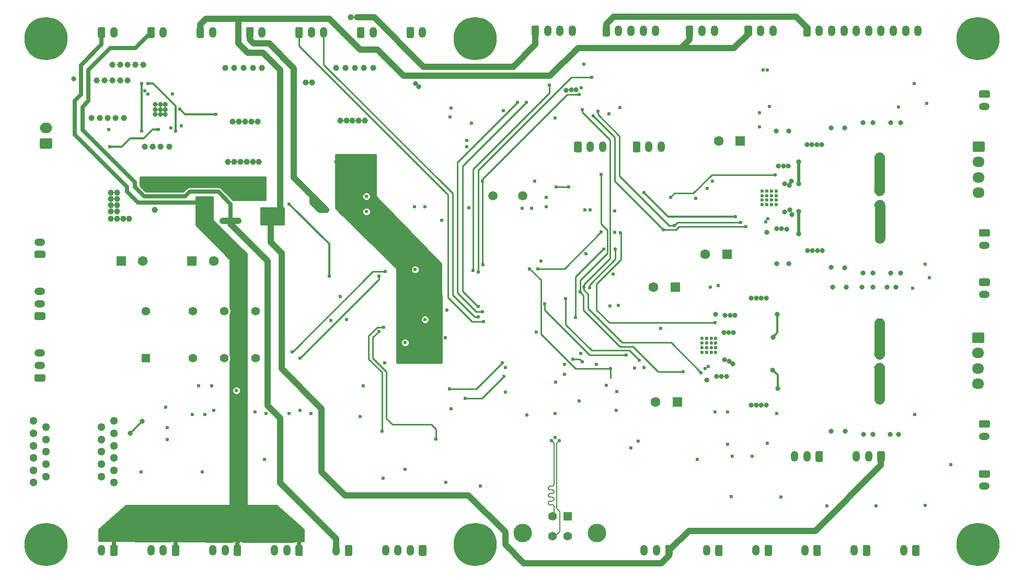
<source format=gbr>
G04 #@! TF.GenerationSoftware,KiCad,Pcbnew,(5.1.5)-3*
G04 #@! TF.CreationDate,2020-01-22T21:50:43+01:00*
G04 #@! TF.ProjectId,Main Board,4d61696e-2042-46f6-9172-642e6b696361,rev?*
G04 #@! TF.SameCoordinates,Original*
G04 #@! TF.FileFunction,Copper,L3,Inr*
G04 #@! TF.FilePolarity,Positive*
%FSLAX46Y46*%
G04 Gerber Fmt 4.6, Leading zero omitted, Abs format (unit mm)*
G04 Created by KiCad (PCBNEW (5.1.5)-3) date 2020-01-22 21:50:43*
%MOMM*%
%LPD*%
G04 APERTURE LIST*
%ADD10C,1.300000*%
%ADD11C,1.400000*%
%ADD12C,3.000000*%
%ADD13R,1.400000X1.400000*%
%ADD14C,0.800000*%
%ADD15C,7.000000*%
%ADD16O,1.950000X1.700000*%
%ADD17C,0.100000*%
%ADD18O,1.200000X1.750000*%
%ADD19O,1.750000X1.200000*%
%ADD20O,2.000000X1.700000*%
%ADD21C,1.500000*%
%ADD22C,1.600000*%
%ADD23R,1.600000X1.600000*%
%ADD24C,1.000000*%
%ADD25C,0.600000*%
%ADD26C,0.304800*%
%ADD27C,0.355600*%
%ADD28C,0.508000*%
%ADD29C,1.016000*%
%ADD30C,0.254000*%
%ADD31C,0.200000*%
%ADD32C,0.711200*%
G04 APERTURE END LIST*
D10*
X46000000Y-91000000D03*
X48000000Y-92000000D03*
X46000000Y-93000000D03*
X48000000Y-94000000D03*
X46000000Y-95000000D03*
X48000000Y-96000000D03*
X46000000Y-97000000D03*
X48000000Y-98000000D03*
X46000000Y-99000000D03*
X48000000Y-100000000D03*
X46000000Y-101000000D03*
X59000000Y-101000000D03*
X57000000Y-100000000D03*
X59000000Y-99000000D03*
X57000000Y-98000000D03*
X59000000Y-97000000D03*
X57000000Y-96000000D03*
X59000000Y-95000000D03*
X57000000Y-94000000D03*
X59000000Y-93000000D03*
X57000000Y-92000000D03*
X59000000Y-91000000D03*
D11*
X130000000Y-106500000D03*
D12*
X125230000Y-109210000D03*
D13*
X132500000Y-106500000D03*
D11*
X130000000Y-109700000D03*
X132500000Y-109700000D03*
D12*
X137270000Y-109210000D03*
D14*
X49856155Y-109143845D03*
X48000000Y-108375000D03*
X46143845Y-109143845D03*
X45375000Y-111000000D03*
X46143845Y-112856155D03*
X48000000Y-113625000D03*
X49856155Y-112856155D03*
X50625000Y-111000000D03*
D15*
X48000000Y-111000000D03*
X199000000Y-111000000D03*
D14*
X201625000Y-111000000D03*
X200856155Y-112856155D03*
X199000000Y-113625000D03*
X197143845Y-112856155D03*
X196375000Y-111000000D03*
X197143845Y-109143845D03*
X199000000Y-108375000D03*
X200856155Y-109143845D03*
D15*
X199000000Y-29000000D03*
D14*
X201625000Y-29000000D03*
X200856155Y-30856155D03*
X199000000Y-31625000D03*
X197143845Y-30856155D03*
X196375000Y-29000000D03*
X197143845Y-27143845D03*
X199000000Y-26375000D03*
X200856155Y-27143845D03*
X119356155Y-27143845D03*
X117500000Y-26375000D03*
X115643845Y-27143845D03*
X114875000Y-29000000D03*
X115643845Y-30856155D03*
X117500000Y-31625000D03*
X119356155Y-30856155D03*
X120125000Y-29000000D03*
D15*
X117500000Y-29000000D03*
X117500000Y-111000000D03*
D14*
X120125000Y-111000000D03*
X119356155Y-112856155D03*
X117500000Y-113625000D03*
X115643845Y-112856155D03*
X114875000Y-111000000D03*
X115643845Y-109143845D03*
X117500000Y-108375000D03*
X119356155Y-109143845D03*
X49856155Y-27143845D03*
X48000000Y-26375000D03*
X46143845Y-27143845D03*
X45375000Y-29000000D03*
X46143845Y-30856155D03*
X48000000Y-31625000D03*
X49856155Y-30856155D03*
X50625000Y-29000000D03*
D15*
X48000000Y-29000000D03*
D16*
X199050000Y-54000000D03*
X199050000Y-51500000D03*
X199050000Y-49000000D03*
G04 #@! TA.AperFunction,ViaPad*
D17*
G36*
X199799504Y-45651204D02*
G01*
X199823773Y-45654804D01*
X199847571Y-45660765D01*
X199870671Y-45669030D01*
X199892849Y-45679520D01*
X199913893Y-45692133D01*
X199933598Y-45706747D01*
X199951777Y-45723223D01*
X199968253Y-45741402D01*
X199982867Y-45761107D01*
X199995480Y-45782151D01*
X200005970Y-45804329D01*
X200014235Y-45827429D01*
X200020196Y-45851227D01*
X200023796Y-45875496D01*
X200025000Y-45900000D01*
X200025000Y-47100000D01*
X200023796Y-47124504D01*
X200020196Y-47148773D01*
X200014235Y-47172571D01*
X200005970Y-47195671D01*
X199995480Y-47217849D01*
X199982867Y-47238893D01*
X199968253Y-47258598D01*
X199951777Y-47276777D01*
X199933598Y-47293253D01*
X199913893Y-47307867D01*
X199892849Y-47320480D01*
X199870671Y-47330970D01*
X199847571Y-47339235D01*
X199823773Y-47345196D01*
X199799504Y-47348796D01*
X199775000Y-47350000D01*
X198325000Y-47350000D01*
X198300496Y-47348796D01*
X198276227Y-47345196D01*
X198252429Y-47339235D01*
X198229329Y-47330970D01*
X198207151Y-47320480D01*
X198186107Y-47307867D01*
X198166402Y-47293253D01*
X198148223Y-47276777D01*
X198131747Y-47258598D01*
X198117133Y-47238893D01*
X198104520Y-47217849D01*
X198094030Y-47195671D01*
X198085765Y-47172571D01*
X198079804Y-47148773D01*
X198076204Y-47124504D01*
X198075000Y-47100000D01*
X198075000Y-45900000D01*
X198076204Y-45875496D01*
X198079804Y-45851227D01*
X198085765Y-45827429D01*
X198094030Y-45804329D01*
X198104520Y-45782151D01*
X198117133Y-45761107D01*
X198131747Y-45741402D01*
X198148223Y-45723223D01*
X198166402Y-45706747D01*
X198186107Y-45692133D01*
X198207151Y-45679520D01*
X198229329Y-45669030D01*
X198252429Y-45660765D01*
X198276227Y-45654804D01*
X198300496Y-45651204D01*
X198325000Y-45650000D01*
X199775000Y-45650000D01*
X199799504Y-45651204D01*
G37*
G04 #@! TD.AperFunction*
G04 #@! TA.AperFunction,ViaPad*
G36*
X199749504Y-76651204D02*
G01*
X199773773Y-76654804D01*
X199797571Y-76660765D01*
X199820671Y-76669030D01*
X199842849Y-76679520D01*
X199863893Y-76692133D01*
X199883598Y-76706747D01*
X199901777Y-76723223D01*
X199918253Y-76741402D01*
X199932867Y-76761107D01*
X199945480Y-76782151D01*
X199955970Y-76804329D01*
X199964235Y-76827429D01*
X199970196Y-76851227D01*
X199973796Y-76875496D01*
X199975000Y-76900000D01*
X199975000Y-78100000D01*
X199973796Y-78124504D01*
X199970196Y-78148773D01*
X199964235Y-78172571D01*
X199955970Y-78195671D01*
X199945480Y-78217849D01*
X199932867Y-78238893D01*
X199918253Y-78258598D01*
X199901777Y-78276777D01*
X199883598Y-78293253D01*
X199863893Y-78307867D01*
X199842849Y-78320480D01*
X199820671Y-78330970D01*
X199797571Y-78339235D01*
X199773773Y-78345196D01*
X199749504Y-78348796D01*
X199725000Y-78350000D01*
X198275000Y-78350000D01*
X198250496Y-78348796D01*
X198226227Y-78345196D01*
X198202429Y-78339235D01*
X198179329Y-78330970D01*
X198157151Y-78320480D01*
X198136107Y-78307867D01*
X198116402Y-78293253D01*
X198098223Y-78276777D01*
X198081747Y-78258598D01*
X198067133Y-78238893D01*
X198054520Y-78217849D01*
X198044030Y-78195671D01*
X198035765Y-78172571D01*
X198029804Y-78148773D01*
X198026204Y-78124504D01*
X198025000Y-78100000D01*
X198025000Y-76900000D01*
X198026204Y-76875496D01*
X198029804Y-76851227D01*
X198035765Y-76827429D01*
X198044030Y-76804329D01*
X198054520Y-76782151D01*
X198067133Y-76761107D01*
X198081747Y-76741402D01*
X198098223Y-76723223D01*
X198116402Y-76706747D01*
X198136107Y-76692133D01*
X198157151Y-76679520D01*
X198179329Y-76669030D01*
X198202429Y-76660765D01*
X198226227Y-76654804D01*
X198250496Y-76651204D01*
X198275000Y-76650000D01*
X199725000Y-76650000D01*
X199749504Y-76651204D01*
G37*
G04 #@! TD.AperFunction*
D16*
X199000000Y-80000000D03*
X199000000Y-82500000D03*
X199000000Y-85000000D03*
G04 #@! TA.AperFunction,ViaPad*
D17*
G36*
X89374505Y-27126204D02*
G01*
X89398773Y-27129804D01*
X89422572Y-27135765D01*
X89445671Y-27144030D01*
X89467850Y-27154520D01*
X89488893Y-27167132D01*
X89508599Y-27181747D01*
X89526777Y-27198223D01*
X89543253Y-27216401D01*
X89557868Y-27236107D01*
X89570480Y-27257150D01*
X89580970Y-27279329D01*
X89589235Y-27302428D01*
X89595196Y-27326227D01*
X89598796Y-27350495D01*
X89600000Y-27374999D01*
X89600000Y-28625001D01*
X89598796Y-28649505D01*
X89595196Y-28673773D01*
X89589235Y-28697572D01*
X89580970Y-28720671D01*
X89570480Y-28742850D01*
X89557868Y-28763893D01*
X89543253Y-28783599D01*
X89526777Y-28801777D01*
X89508599Y-28818253D01*
X89488893Y-28832868D01*
X89467850Y-28845480D01*
X89445671Y-28855970D01*
X89422572Y-28864235D01*
X89398773Y-28870196D01*
X89374505Y-28873796D01*
X89350001Y-28875000D01*
X88649999Y-28875000D01*
X88625495Y-28873796D01*
X88601227Y-28870196D01*
X88577428Y-28864235D01*
X88554329Y-28855970D01*
X88532150Y-28845480D01*
X88511107Y-28832868D01*
X88491401Y-28818253D01*
X88473223Y-28801777D01*
X88456747Y-28783599D01*
X88442132Y-28763893D01*
X88429520Y-28742850D01*
X88419030Y-28720671D01*
X88410765Y-28697572D01*
X88404804Y-28673773D01*
X88401204Y-28649505D01*
X88400000Y-28625001D01*
X88400000Y-27374999D01*
X88401204Y-27350495D01*
X88404804Y-27326227D01*
X88410765Y-27302428D01*
X88419030Y-27279329D01*
X88429520Y-27257150D01*
X88442132Y-27236107D01*
X88456747Y-27216401D01*
X88473223Y-27198223D01*
X88491401Y-27181747D01*
X88511107Y-27167132D01*
X88532150Y-27154520D01*
X88554329Y-27144030D01*
X88577428Y-27135765D01*
X88601227Y-27129804D01*
X88625495Y-27126204D01*
X88649999Y-27125000D01*
X89350001Y-27125000D01*
X89374505Y-27126204D01*
G37*
G04 #@! TD.AperFunction*
D18*
X91000000Y-28000000D03*
X93000000Y-28000000D03*
G04 #@! TA.AperFunction,ViaPad*
D17*
G36*
X200649505Y-37401204D02*
G01*
X200673773Y-37404804D01*
X200697572Y-37410765D01*
X200720671Y-37419030D01*
X200742850Y-37429520D01*
X200763893Y-37442132D01*
X200783599Y-37456747D01*
X200801777Y-37473223D01*
X200818253Y-37491401D01*
X200832868Y-37511107D01*
X200845480Y-37532150D01*
X200855970Y-37554329D01*
X200864235Y-37577428D01*
X200870196Y-37601227D01*
X200873796Y-37625495D01*
X200875000Y-37649999D01*
X200875000Y-38350001D01*
X200873796Y-38374505D01*
X200870196Y-38398773D01*
X200864235Y-38422572D01*
X200855970Y-38445671D01*
X200845480Y-38467850D01*
X200832868Y-38488893D01*
X200818253Y-38508599D01*
X200801777Y-38526777D01*
X200783599Y-38543253D01*
X200763893Y-38557868D01*
X200742850Y-38570480D01*
X200720671Y-38580970D01*
X200697572Y-38589235D01*
X200673773Y-38595196D01*
X200649505Y-38598796D01*
X200625001Y-38600000D01*
X199374999Y-38600000D01*
X199350495Y-38598796D01*
X199326227Y-38595196D01*
X199302428Y-38589235D01*
X199279329Y-38580970D01*
X199257150Y-38570480D01*
X199236107Y-38557868D01*
X199216401Y-38543253D01*
X199198223Y-38526777D01*
X199181747Y-38508599D01*
X199167132Y-38488893D01*
X199154520Y-38467850D01*
X199144030Y-38445671D01*
X199135765Y-38422572D01*
X199129804Y-38398773D01*
X199126204Y-38374505D01*
X199125000Y-38350001D01*
X199125000Y-37649999D01*
X199126204Y-37625495D01*
X199129804Y-37601227D01*
X199135765Y-37577428D01*
X199144030Y-37554329D01*
X199154520Y-37532150D01*
X199167132Y-37511107D01*
X199181747Y-37491401D01*
X199198223Y-37473223D01*
X199216401Y-37456747D01*
X199236107Y-37442132D01*
X199257150Y-37429520D01*
X199279329Y-37419030D01*
X199302428Y-37410765D01*
X199326227Y-37404804D01*
X199350495Y-37401204D01*
X199374999Y-37400000D01*
X200625001Y-37400000D01*
X200649505Y-37401204D01*
G37*
G04 #@! TD.AperFunction*
D19*
X200000000Y-40000000D03*
X200000000Y-62500000D03*
G04 #@! TA.AperFunction,ViaPad*
D17*
G36*
X200649505Y-59901204D02*
G01*
X200673773Y-59904804D01*
X200697572Y-59910765D01*
X200720671Y-59919030D01*
X200742850Y-59929520D01*
X200763893Y-59942132D01*
X200783599Y-59956747D01*
X200801777Y-59973223D01*
X200818253Y-59991401D01*
X200832868Y-60011107D01*
X200845480Y-60032150D01*
X200855970Y-60054329D01*
X200864235Y-60077428D01*
X200870196Y-60101227D01*
X200873796Y-60125495D01*
X200875000Y-60149999D01*
X200875000Y-60850001D01*
X200873796Y-60874505D01*
X200870196Y-60898773D01*
X200864235Y-60922572D01*
X200855970Y-60945671D01*
X200845480Y-60967850D01*
X200832868Y-60988893D01*
X200818253Y-61008599D01*
X200801777Y-61026777D01*
X200783599Y-61043253D01*
X200763893Y-61057868D01*
X200742850Y-61070480D01*
X200720671Y-61080970D01*
X200697572Y-61089235D01*
X200673773Y-61095196D01*
X200649505Y-61098796D01*
X200625001Y-61100000D01*
X199374999Y-61100000D01*
X199350495Y-61098796D01*
X199326227Y-61095196D01*
X199302428Y-61089235D01*
X199279329Y-61080970D01*
X199257150Y-61070480D01*
X199236107Y-61057868D01*
X199216401Y-61043253D01*
X199198223Y-61026777D01*
X199181747Y-61008599D01*
X199167132Y-60988893D01*
X199154520Y-60967850D01*
X199144030Y-60945671D01*
X199135765Y-60922572D01*
X199129804Y-60898773D01*
X199126204Y-60874505D01*
X199125000Y-60850001D01*
X199125000Y-60149999D01*
X199126204Y-60125495D01*
X199129804Y-60101227D01*
X199135765Y-60077428D01*
X199144030Y-60054329D01*
X199154520Y-60032150D01*
X199167132Y-60011107D01*
X199181747Y-59991401D01*
X199198223Y-59973223D01*
X199216401Y-59956747D01*
X199236107Y-59942132D01*
X199257150Y-59929520D01*
X199279329Y-59919030D01*
X199302428Y-59910765D01*
X199326227Y-59904804D01*
X199350495Y-59901204D01*
X199374999Y-59900000D01*
X200625001Y-59900000D01*
X200649505Y-59901204D01*
G37*
G04 #@! TD.AperFunction*
G04 #@! TA.AperFunction,ViaPad*
G36*
X200649505Y-90901204D02*
G01*
X200673773Y-90904804D01*
X200697572Y-90910765D01*
X200720671Y-90919030D01*
X200742850Y-90929520D01*
X200763893Y-90942132D01*
X200783599Y-90956747D01*
X200801777Y-90973223D01*
X200818253Y-90991401D01*
X200832868Y-91011107D01*
X200845480Y-91032150D01*
X200855970Y-91054329D01*
X200864235Y-91077428D01*
X200870196Y-91101227D01*
X200873796Y-91125495D01*
X200875000Y-91149999D01*
X200875000Y-91850001D01*
X200873796Y-91874505D01*
X200870196Y-91898773D01*
X200864235Y-91922572D01*
X200855970Y-91945671D01*
X200845480Y-91967850D01*
X200832868Y-91988893D01*
X200818253Y-92008599D01*
X200801777Y-92026777D01*
X200783599Y-92043253D01*
X200763893Y-92057868D01*
X200742850Y-92070480D01*
X200720671Y-92080970D01*
X200697572Y-92089235D01*
X200673773Y-92095196D01*
X200649505Y-92098796D01*
X200625001Y-92100000D01*
X199374999Y-92100000D01*
X199350495Y-92098796D01*
X199326227Y-92095196D01*
X199302428Y-92089235D01*
X199279329Y-92080970D01*
X199257150Y-92070480D01*
X199236107Y-92057868D01*
X199216401Y-92043253D01*
X199198223Y-92026777D01*
X199181747Y-92008599D01*
X199167132Y-91988893D01*
X199154520Y-91967850D01*
X199144030Y-91945671D01*
X199135765Y-91922572D01*
X199129804Y-91898773D01*
X199126204Y-91874505D01*
X199125000Y-91850001D01*
X199125000Y-91149999D01*
X199126204Y-91125495D01*
X199129804Y-91101227D01*
X199135765Y-91077428D01*
X199144030Y-91054329D01*
X199154520Y-91032150D01*
X199167132Y-91011107D01*
X199181747Y-90991401D01*
X199198223Y-90973223D01*
X199216401Y-90956747D01*
X199236107Y-90942132D01*
X199257150Y-90929520D01*
X199279329Y-90919030D01*
X199302428Y-90910765D01*
X199326227Y-90904804D01*
X199350495Y-90901204D01*
X199374999Y-90900000D01*
X200625001Y-90900000D01*
X200649505Y-90901204D01*
G37*
G04 #@! TD.AperFunction*
D19*
X200000000Y-93500000D03*
X200000000Y-70500000D03*
G04 #@! TA.AperFunction,ViaPad*
D17*
G36*
X200649505Y-67901204D02*
G01*
X200673773Y-67904804D01*
X200697572Y-67910765D01*
X200720671Y-67919030D01*
X200742850Y-67929520D01*
X200763893Y-67942132D01*
X200783599Y-67956747D01*
X200801777Y-67973223D01*
X200818253Y-67991401D01*
X200832868Y-68011107D01*
X200845480Y-68032150D01*
X200855970Y-68054329D01*
X200864235Y-68077428D01*
X200870196Y-68101227D01*
X200873796Y-68125495D01*
X200875000Y-68149999D01*
X200875000Y-68850001D01*
X200873796Y-68874505D01*
X200870196Y-68898773D01*
X200864235Y-68922572D01*
X200855970Y-68945671D01*
X200845480Y-68967850D01*
X200832868Y-68988893D01*
X200818253Y-69008599D01*
X200801777Y-69026777D01*
X200783599Y-69043253D01*
X200763893Y-69057868D01*
X200742850Y-69070480D01*
X200720671Y-69080970D01*
X200697572Y-69089235D01*
X200673773Y-69095196D01*
X200649505Y-69098796D01*
X200625001Y-69100000D01*
X199374999Y-69100000D01*
X199350495Y-69098796D01*
X199326227Y-69095196D01*
X199302428Y-69089235D01*
X199279329Y-69080970D01*
X199257150Y-69070480D01*
X199236107Y-69057868D01*
X199216401Y-69043253D01*
X199198223Y-69026777D01*
X199181747Y-69008599D01*
X199167132Y-68988893D01*
X199154520Y-68967850D01*
X199144030Y-68945671D01*
X199135765Y-68922572D01*
X199129804Y-68898773D01*
X199126204Y-68874505D01*
X199125000Y-68850001D01*
X199125000Y-68149999D01*
X199126204Y-68125495D01*
X199129804Y-68101227D01*
X199135765Y-68077428D01*
X199144030Y-68054329D01*
X199154520Y-68032150D01*
X199167132Y-68011107D01*
X199181747Y-67991401D01*
X199198223Y-67973223D01*
X199216401Y-67956747D01*
X199236107Y-67942132D01*
X199257150Y-67929520D01*
X199279329Y-67919030D01*
X199302428Y-67910765D01*
X199326227Y-67904804D01*
X199350495Y-67901204D01*
X199374999Y-67900000D01*
X200625001Y-67900000D01*
X200649505Y-67901204D01*
G37*
G04 #@! TD.AperFunction*
D18*
X138150000Y-46550000D03*
X136150000Y-46550000D03*
G04 #@! TA.AperFunction,ViaPad*
D17*
G36*
X134524505Y-45676204D02*
G01*
X134548773Y-45679804D01*
X134572572Y-45685765D01*
X134595671Y-45694030D01*
X134617850Y-45704520D01*
X134638893Y-45717132D01*
X134658599Y-45731747D01*
X134676777Y-45748223D01*
X134693253Y-45766401D01*
X134707868Y-45786107D01*
X134720480Y-45807150D01*
X134730970Y-45829329D01*
X134739235Y-45852428D01*
X134745196Y-45876227D01*
X134748796Y-45900495D01*
X134750000Y-45924999D01*
X134750000Y-47175001D01*
X134748796Y-47199505D01*
X134745196Y-47223773D01*
X134739235Y-47247572D01*
X134730970Y-47270671D01*
X134720480Y-47292850D01*
X134707868Y-47313893D01*
X134693253Y-47333599D01*
X134676777Y-47351777D01*
X134658599Y-47368253D01*
X134638893Y-47382868D01*
X134617850Y-47395480D01*
X134595671Y-47405970D01*
X134572572Y-47414235D01*
X134548773Y-47420196D01*
X134524505Y-47423796D01*
X134500001Y-47425000D01*
X133799999Y-47425000D01*
X133775495Y-47423796D01*
X133751227Y-47420196D01*
X133727428Y-47414235D01*
X133704329Y-47405970D01*
X133682150Y-47395480D01*
X133661107Y-47382868D01*
X133641401Y-47368253D01*
X133623223Y-47351777D01*
X133606747Y-47333599D01*
X133592132Y-47313893D01*
X133579520Y-47292850D01*
X133569030Y-47270671D01*
X133560765Y-47247572D01*
X133554804Y-47223773D01*
X133551204Y-47199505D01*
X133550000Y-47175001D01*
X133550000Y-45924999D01*
X133551204Y-45900495D01*
X133554804Y-45876227D01*
X133560765Y-45852428D01*
X133569030Y-45829329D01*
X133579520Y-45807150D01*
X133592132Y-45786107D01*
X133606747Y-45766401D01*
X133623223Y-45748223D01*
X133641401Y-45731747D01*
X133661107Y-45717132D01*
X133682150Y-45704520D01*
X133704329Y-45694030D01*
X133727428Y-45685765D01*
X133751227Y-45679804D01*
X133775495Y-45676204D01*
X133799999Y-45675000D01*
X134500001Y-45675000D01*
X134524505Y-45676204D01*
G37*
G04 #@! TD.AperFunction*
G04 #@! TA.AperFunction,ViaPad*
G36*
X144024505Y-45676204D02*
G01*
X144048773Y-45679804D01*
X144072572Y-45685765D01*
X144095671Y-45694030D01*
X144117850Y-45704520D01*
X144138893Y-45717132D01*
X144158599Y-45731747D01*
X144176777Y-45748223D01*
X144193253Y-45766401D01*
X144207868Y-45786107D01*
X144220480Y-45807150D01*
X144230970Y-45829329D01*
X144239235Y-45852428D01*
X144245196Y-45876227D01*
X144248796Y-45900495D01*
X144250000Y-45924999D01*
X144250000Y-47175001D01*
X144248796Y-47199505D01*
X144245196Y-47223773D01*
X144239235Y-47247572D01*
X144230970Y-47270671D01*
X144220480Y-47292850D01*
X144207868Y-47313893D01*
X144193253Y-47333599D01*
X144176777Y-47351777D01*
X144158599Y-47368253D01*
X144138893Y-47382868D01*
X144117850Y-47395480D01*
X144095671Y-47405970D01*
X144072572Y-47414235D01*
X144048773Y-47420196D01*
X144024505Y-47423796D01*
X144000001Y-47425000D01*
X143299999Y-47425000D01*
X143275495Y-47423796D01*
X143251227Y-47420196D01*
X143227428Y-47414235D01*
X143204329Y-47405970D01*
X143182150Y-47395480D01*
X143161107Y-47382868D01*
X143141401Y-47368253D01*
X143123223Y-47351777D01*
X143106747Y-47333599D01*
X143092132Y-47313893D01*
X143079520Y-47292850D01*
X143069030Y-47270671D01*
X143060765Y-47247572D01*
X143054804Y-47223773D01*
X143051204Y-47199505D01*
X143050000Y-47175001D01*
X143050000Y-45924999D01*
X143051204Y-45900495D01*
X143054804Y-45876227D01*
X143060765Y-45852428D01*
X143069030Y-45829329D01*
X143079520Y-45807150D01*
X143092132Y-45786107D01*
X143106747Y-45766401D01*
X143123223Y-45748223D01*
X143141401Y-45731747D01*
X143161107Y-45717132D01*
X143182150Y-45704520D01*
X143204329Y-45694030D01*
X143227428Y-45685765D01*
X143251227Y-45679804D01*
X143275495Y-45676204D01*
X143299999Y-45675000D01*
X144000001Y-45675000D01*
X144024505Y-45676204D01*
G37*
G04 #@! TD.AperFunction*
D18*
X145650000Y-46550000D03*
X147650000Y-46550000D03*
X165750000Y-27750000D03*
X163750000Y-27750000D03*
G04 #@! TA.AperFunction,ViaPad*
D17*
G36*
X162124505Y-26876204D02*
G01*
X162148773Y-26879804D01*
X162172572Y-26885765D01*
X162195671Y-26894030D01*
X162217850Y-26904520D01*
X162238893Y-26917132D01*
X162258599Y-26931747D01*
X162276777Y-26948223D01*
X162293253Y-26966401D01*
X162307868Y-26986107D01*
X162320480Y-27007150D01*
X162330970Y-27029329D01*
X162339235Y-27052428D01*
X162345196Y-27076227D01*
X162348796Y-27100495D01*
X162350000Y-27124999D01*
X162350000Y-28375001D01*
X162348796Y-28399505D01*
X162345196Y-28423773D01*
X162339235Y-28447572D01*
X162330970Y-28470671D01*
X162320480Y-28492850D01*
X162307868Y-28513893D01*
X162293253Y-28533599D01*
X162276777Y-28551777D01*
X162258599Y-28568253D01*
X162238893Y-28582868D01*
X162217850Y-28595480D01*
X162195671Y-28605970D01*
X162172572Y-28614235D01*
X162148773Y-28620196D01*
X162124505Y-28623796D01*
X162100001Y-28625000D01*
X161399999Y-28625000D01*
X161375495Y-28623796D01*
X161351227Y-28620196D01*
X161327428Y-28614235D01*
X161304329Y-28605970D01*
X161282150Y-28595480D01*
X161261107Y-28582868D01*
X161241401Y-28568253D01*
X161223223Y-28551777D01*
X161206747Y-28533599D01*
X161192132Y-28513893D01*
X161179520Y-28492850D01*
X161169030Y-28470671D01*
X161160765Y-28447572D01*
X161154804Y-28423773D01*
X161151204Y-28399505D01*
X161150000Y-28375001D01*
X161150000Y-27124999D01*
X161151204Y-27100495D01*
X161154804Y-27076227D01*
X161160765Y-27052428D01*
X161169030Y-27029329D01*
X161179520Y-27007150D01*
X161192132Y-26986107D01*
X161206747Y-26966401D01*
X161223223Y-26948223D01*
X161241401Y-26931747D01*
X161261107Y-26917132D01*
X161282150Y-26904520D01*
X161304329Y-26894030D01*
X161327428Y-26885765D01*
X161351227Y-26879804D01*
X161375495Y-26876204D01*
X161399999Y-26875000D01*
X162100001Y-26875000D01*
X162124505Y-26876204D01*
G37*
G04 #@! TD.AperFunction*
G04 #@! TA.AperFunction,ViaPad*
G36*
X152624505Y-26876204D02*
G01*
X152648773Y-26879804D01*
X152672572Y-26885765D01*
X152695671Y-26894030D01*
X152717850Y-26904520D01*
X152738893Y-26917132D01*
X152758599Y-26931747D01*
X152776777Y-26948223D01*
X152793253Y-26966401D01*
X152807868Y-26986107D01*
X152820480Y-27007150D01*
X152830970Y-27029329D01*
X152839235Y-27052428D01*
X152845196Y-27076227D01*
X152848796Y-27100495D01*
X152850000Y-27124999D01*
X152850000Y-28375001D01*
X152848796Y-28399505D01*
X152845196Y-28423773D01*
X152839235Y-28447572D01*
X152830970Y-28470671D01*
X152820480Y-28492850D01*
X152807868Y-28513893D01*
X152793253Y-28533599D01*
X152776777Y-28551777D01*
X152758599Y-28568253D01*
X152738893Y-28582868D01*
X152717850Y-28595480D01*
X152695671Y-28605970D01*
X152672572Y-28614235D01*
X152648773Y-28620196D01*
X152624505Y-28623796D01*
X152600001Y-28625000D01*
X151899999Y-28625000D01*
X151875495Y-28623796D01*
X151851227Y-28620196D01*
X151827428Y-28614235D01*
X151804329Y-28605970D01*
X151782150Y-28595480D01*
X151761107Y-28582868D01*
X151741401Y-28568253D01*
X151723223Y-28551777D01*
X151706747Y-28533599D01*
X151692132Y-28513893D01*
X151679520Y-28492850D01*
X151669030Y-28470671D01*
X151660765Y-28447572D01*
X151654804Y-28423773D01*
X151651204Y-28399505D01*
X151650000Y-28375001D01*
X151650000Y-27124999D01*
X151651204Y-27100495D01*
X151654804Y-27076227D01*
X151660765Y-27052428D01*
X151669030Y-27029329D01*
X151679520Y-27007150D01*
X151692132Y-26986107D01*
X151706747Y-26966401D01*
X151723223Y-26948223D01*
X151741401Y-26931747D01*
X151761107Y-26917132D01*
X151782150Y-26904520D01*
X151804329Y-26894030D01*
X151827428Y-26885765D01*
X151851227Y-26879804D01*
X151875495Y-26876204D01*
X151899999Y-26875000D01*
X152600001Y-26875000D01*
X152624505Y-26876204D01*
G37*
G04 #@! TD.AperFunction*
D18*
X154250000Y-27750000D03*
X156250000Y-27750000D03*
G04 #@! TA.AperFunction,ViaPad*
D17*
G36*
X48774504Y-45151204D02*
G01*
X48798773Y-45154804D01*
X48822571Y-45160765D01*
X48845671Y-45169030D01*
X48867849Y-45179520D01*
X48888893Y-45192133D01*
X48908598Y-45206747D01*
X48926777Y-45223223D01*
X48943253Y-45241402D01*
X48957867Y-45261107D01*
X48970480Y-45282151D01*
X48980970Y-45304329D01*
X48989235Y-45327429D01*
X48995196Y-45351227D01*
X48998796Y-45375496D01*
X49000000Y-45400000D01*
X49000000Y-46600000D01*
X48998796Y-46624504D01*
X48995196Y-46648773D01*
X48989235Y-46672571D01*
X48980970Y-46695671D01*
X48970480Y-46717849D01*
X48957867Y-46738893D01*
X48943253Y-46758598D01*
X48926777Y-46776777D01*
X48908598Y-46793253D01*
X48888893Y-46807867D01*
X48867849Y-46820480D01*
X48845671Y-46830970D01*
X48822571Y-46839235D01*
X48798773Y-46845196D01*
X48774504Y-46848796D01*
X48750000Y-46850000D01*
X47250000Y-46850000D01*
X47225496Y-46848796D01*
X47201227Y-46845196D01*
X47177429Y-46839235D01*
X47154329Y-46830970D01*
X47132151Y-46820480D01*
X47111107Y-46807867D01*
X47091402Y-46793253D01*
X47073223Y-46776777D01*
X47056747Y-46758598D01*
X47042133Y-46738893D01*
X47029520Y-46717849D01*
X47019030Y-46695671D01*
X47010765Y-46672571D01*
X47004804Y-46648773D01*
X47001204Y-46624504D01*
X47000000Y-46600000D01*
X47000000Y-45400000D01*
X47001204Y-45375496D01*
X47004804Y-45351227D01*
X47010765Y-45327429D01*
X47019030Y-45304329D01*
X47029520Y-45282151D01*
X47042133Y-45261107D01*
X47056747Y-45241402D01*
X47073223Y-45223223D01*
X47091402Y-45206747D01*
X47111107Y-45192133D01*
X47132151Y-45179520D01*
X47154329Y-45169030D01*
X47177429Y-45160765D01*
X47201227Y-45154804D01*
X47225496Y-45151204D01*
X47250000Y-45150000D01*
X48750000Y-45150000D01*
X48774504Y-45151204D01*
G37*
G04 #@! TD.AperFunction*
D20*
X48000000Y-43500000D03*
D18*
X59000000Y-28000000D03*
G04 #@! TA.AperFunction,ViaPad*
D17*
G36*
X57374505Y-27126204D02*
G01*
X57398773Y-27129804D01*
X57422572Y-27135765D01*
X57445671Y-27144030D01*
X57467850Y-27154520D01*
X57488893Y-27167132D01*
X57508599Y-27181747D01*
X57526777Y-27198223D01*
X57543253Y-27216401D01*
X57557868Y-27236107D01*
X57570480Y-27257150D01*
X57580970Y-27279329D01*
X57589235Y-27302428D01*
X57595196Y-27326227D01*
X57598796Y-27350495D01*
X57600000Y-27374999D01*
X57600000Y-28625001D01*
X57598796Y-28649505D01*
X57595196Y-28673773D01*
X57589235Y-28697572D01*
X57580970Y-28720671D01*
X57570480Y-28742850D01*
X57557868Y-28763893D01*
X57543253Y-28783599D01*
X57526777Y-28801777D01*
X57508599Y-28818253D01*
X57488893Y-28832868D01*
X57467850Y-28845480D01*
X57445671Y-28855970D01*
X57422572Y-28864235D01*
X57398773Y-28870196D01*
X57374505Y-28873796D01*
X57350001Y-28875000D01*
X56649999Y-28875000D01*
X56625495Y-28873796D01*
X56601227Y-28870196D01*
X56577428Y-28864235D01*
X56554329Y-28855970D01*
X56532150Y-28845480D01*
X56511107Y-28832868D01*
X56491401Y-28818253D01*
X56473223Y-28801777D01*
X56456747Y-28783599D01*
X56442132Y-28763893D01*
X56429520Y-28742850D01*
X56419030Y-28720671D01*
X56410765Y-28697572D01*
X56404804Y-28673773D01*
X56401204Y-28649505D01*
X56400000Y-28625001D01*
X56400000Y-27374999D01*
X56401204Y-27350495D01*
X56404804Y-27326227D01*
X56410765Y-27302428D01*
X56419030Y-27279329D01*
X56429520Y-27257150D01*
X56442132Y-27236107D01*
X56456747Y-27216401D01*
X56473223Y-27198223D01*
X56491401Y-27181747D01*
X56511107Y-27167132D01*
X56532150Y-27154520D01*
X56554329Y-27144030D01*
X56577428Y-27135765D01*
X56601227Y-27129804D01*
X56625495Y-27126204D01*
X56649999Y-27125000D01*
X57350001Y-27125000D01*
X57374505Y-27126204D01*
G37*
G04 #@! TD.AperFunction*
G04 #@! TA.AperFunction,ViaPad*
G36*
X65374505Y-27126204D02*
G01*
X65398773Y-27129804D01*
X65422572Y-27135765D01*
X65445671Y-27144030D01*
X65467850Y-27154520D01*
X65488893Y-27167132D01*
X65508599Y-27181747D01*
X65526777Y-27198223D01*
X65543253Y-27216401D01*
X65557868Y-27236107D01*
X65570480Y-27257150D01*
X65580970Y-27279329D01*
X65589235Y-27302428D01*
X65595196Y-27326227D01*
X65598796Y-27350495D01*
X65600000Y-27374999D01*
X65600000Y-28625001D01*
X65598796Y-28649505D01*
X65595196Y-28673773D01*
X65589235Y-28697572D01*
X65580970Y-28720671D01*
X65570480Y-28742850D01*
X65557868Y-28763893D01*
X65543253Y-28783599D01*
X65526777Y-28801777D01*
X65508599Y-28818253D01*
X65488893Y-28832868D01*
X65467850Y-28845480D01*
X65445671Y-28855970D01*
X65422572Y-28864235D01*
X65398773Y-28870196D01*
X65374505Y-28873796D01*
X65350001Y-28875000D01*
X64649999Y-28875000D01*
X64625495Y-28873796D01*
X64601227Y-28870196D01*
X64577428Y-28864235D01*
X64554329Y-28855970D01*
X64532150Y-28845480D01*
X64511107Y-28832868D01*
X64491401Y-28818253D01*
X64473223Y-28801777D01*
X64456747Y-28783599D01*
X64442132Y-28763893D01*
X64429520Y-28742850D01*
X64419030Y-28720671D01*
X64410765Y-28697572D01*
X64404804Y-28673773D01*
X64401204Y-28649505D01*
X64400000Y-28625001D01*
X64400000Y-27374999D01*
X64401204Y-27350495D01*
X64404804Y-27326227D01*
X64410765Y-27302428D01*
X64419030Y-27279329D01*
X64429520Y-27257150D01*
X64442132Y-27236107D01*
X64456747Y-27216401D01*
X64473223Y-27198223D01*
X64491401Y-27181747D01*
X64511107Y-27167132D01*
X64532150Y-27154520D01*
X64554329Y-27144030D01*
X64577428Y-27135765D01*
X64601227Y-27129804D01*
X64625495Y-27126204D01*
X64649999Y-27125000D01*
X65350001Y-27125000D01*
X65374505Y-27126204D01*
G37*
G04 #@! TD.AperFunction*
D18*
X67000000Y-28000000D03*
G04 #@! TA.AperFunction,ViaPad*
D17*
G36*
X73374505Y-27126204D02*
G01*
X73398773Y-27129804D01*
X73422572Y-27135765D01*
X73445671Y-27144030D01*
X73467850Y-27154520D01*
X73488893Y-27167132D01*
X73508599Y-27181747D01*
X73526777Y-27198223D01*
X73543253Y-27216401D01*
X73557868Y-27236107D01*
X73570480Y-27257150D01*
X73580970Y-27279329D01*
X73589235Y-27302428D01*
X73595196Y-27326227D01*
X73598796Y-27350495D01*
X73600000Y-27374999D01*
X73600000Y-28625001D01*
X73598796Y-28649505D01*
X73595196Y-28673773D01*
X73589235Y-28697572D01*
X73580970Y-28720671D01*
X73570480Y-28742850D01*
X73557868Y-28763893D01*
X73543253Y-28783599D01*
X73526777Y-28801777D01*
X73508599Y-28818253D01*
X73488893Y-28832868D01*
X73467850Y-28845480D01*
X73445671Y-28855970D01*
X73422572Y-28864235D01*
X73398773Y-28870196D01*
X73374505Y-28873796D01*
X73350001Y-28875000D01*
X72649999Y-28875000D01*
X72625495Y-28873796D01*
X72601227Y-28870196D01*
X72577428Y-28864235D01*
X72554329Y-28855970D01*
X72532150Y-28845480D01*
X72511107Y-28832868D01*
X72491401Y-28818253D01*
X72473223Y-28801777D01*
X72456747Y-28783599D01*
X72442132Y-28763893D01*
X72429520Y-28742850D01*
X72419030Y-28720671D01*
X72410765Y-28697572D01*
X72404804Y-28673773D01*
X72401204Y-28649505D01*
X72400000Y-28625001D01*
X72400000Y-27374999D01*
X72401204Y-27350495D01*
X72404804Y-27326227D01*
X72410765Y-27302428D01*
X72419030Y-27279329D01*
X72429520Y-27257150D01*
X72442132Y-27236107D01*
X72456747Y-27216401D01*
X72473223Y-27198223D01*
X72491401Y-27181747D01*
X72511107Y-27167132D01*
X72532150Y-27154520D01*
X72554329Y-27144030D01*
X72577428Y-27135765D01*
X72601227Y-27129804D01*
X72625495Y-27126204D01*
X72649999Y-27125000D01*
X73350001Y-27125000D01*
X73374505Y-27126204D01*
G37*
G04 #@! TD.AperFunction*
D18*
X75000000Y-28000000D03*
X83000000Y-28000000D03*
G04 #@! TA.AperFunction,ViaPad*
D17*
G36*
X81374505Y-27126204D02*
G01*
X81398773Y-27129804D01*
X81422572Y-27135765D01*
X81445671Y-27144030D01*
X81467850Y-27154520D01*
X81488893Y-27167132D01*
X81508599Y-27181747D01*
X81526777Y-27198223D01*
X81543253Y-27216401D01*
X81557868Y-27236107D01*
X81570480Y-27257150D01*
X81580970Y-27279329D01*
X81589235Y-27302428D01*
X81595196Y-27326227D01*
X81598796Y-27350495D01*
X81600000Y-27374999D01*
X81600000Y-28625001D01*
X81598796Y-28649505D01*
X81595196Y-28673773D01*
X81589235Y-28697572D01*
X81580970Y-28720671D01*
X81570480Y-28742850D01*
X81557868Y-28763893D01*
X81543253Y-28783599D01*
X81526777Y-28801777D01*
X81508599Y-28818253D01*
X81488893Y-28832868D01*
X81467850Y-28845480D01*
X81445671Y-28855970D01*
X81422572Y-28864235D01*
X81398773Y-28870196D01*
X81374505Y-28873796D01*
X81350001Y-28875000D01*
X80649999Y-28875000D01*
X80625495Y-28873796D01*
X80601227Y-28870196D01*
X80577428Y-28864235D01*
X80554329Y-28855970D01*
X80532150Y-28845480D01*
X80511107Y-28832868D01*
X80491401Y-28818253D01*
X80473223Y-28801777D01*
X80456747Y-28783599D01*
X80442132Y-28763893D01*
X80429520Y-28742850D01*
X80419030Y-28720671D01*
X80410765Y-28697572D01*
X80404804Y-28673773D01*
X80401204Y-28649505D01*
X80400000Y-28625001D01*
X80400000Y-27374999D01*
X80401204Y-27350495D01*
X80404804Y-27326227D01*
X80410765Y-27302428D01*
X80419030Y-27279329D01*
X80429520Y-27257150D01*
X80442132Y-27236107D01*
X80456747Y-27216401D01*
X80473223Y-27198223D01*
X80491401Y-27181747D01*
X80511107Y-27167132D01*
X80532150Y-27154520D01*
X80554329Y-27144030D01*
X80577428Y-27135765D01*
X80601227Y-27129804D01*
X80625495Y-27126204D01*
X80649999Y-27125000D01*
X81350001Y-27125000D01*
X81374505Y-27126204D01*
G37*
G04 #@! TD.AperFunction*
D18*
X75000000Y-112000000D03*
X77000000Y-112000000D03*
G04 #@! TA.AperFunction,ViaPad*
D17*
G36*
X79374505Y-111126204D02*
G01*
X79398773Y-111129804D01*
X79422572Y-111135765D01*
X79445671Y-111144030D01*
X79467850Y-111154520D01*
X79488893Y-111167132D01*
X79508599Y-111181747D01*
X79526777Y-111198223D01*
X79543253Y-111216401D01*
X79557868Y-111236107D01*
X79570480Y-111257150D01*
X79580970Y-111279329D01*
X79589235Y-111302428D01*
X79595196Y-111326227D01*
X79598796Y-111350495D01*
X79600000Y-111374999D01*
X79600000Y-112625001D01*
X79598796Y-112649505D01*
X79595196Y-112673773D01*
X79589235Y-112697572D01*
X79580970Y-112720671D01*
X79570480Y-112742850D01*
X79557868Y-112763893D01*
X79543253Y-112783599D01*
X79526777Y-112801777D01*
X79508599Y-112818253D01*
X79488893Y-112832868D01*
X79467850Y-112845480D01*
X79445671Y-112855970D01*
X79422572Y-112864235D01*
X79398773Y-112870196D01*
X79374505Y-112873796D01*
X79350001Y-112875000D01*
X78649999Y-112875000D01*
X78625495Y-112873796D01*
X78601227Y-112870196D01*
X78577428Y-112864235D01*
X78554329Y-112855970D01*
X78532150Y-112845480D01*
X78511107Y-112832868D01*
X78491401Y-112818253D01*
X78473223Y-112801777D01*
X78456747Y-112783599D01*
X78442132Y-112763893D01*
X78429520Y-112742850D01*
X78419030Y-112720671D01*
X78410765Y-112697572D01*
X78404804Y-112673773D01*
X78401204Y-112649505D01*
X78400000Y-112625001D01*
X78400000Y-111374999D01*
X78401204Y-111350495D01*
X78404804Y-111326227D01*
X78410765Y-111302428D01*
X78419030Y-111279329D01*
X78429520Y-111257150D01*
X78442132Y-111236107D01*
X78456747Y-111216401D01*
X78473223Y-111198223D01*
X78491401Y-111181747D01*
X78511107Y-111167132D01*
X78532150Y-111154520D01*
X78554329Y-111144030D01*
X78577428Y-111135765D01*
X78601227Y-111129804D01*
X78625495Y-111126204D01*
X78649999Y-111125000D01*
X79350001Y-111125000D01*
X79374505Y-111126204D01*
G37*
G04 #@! TD.AperFunction*
G04 #@! TA.AperFunction,ViaPad*
G36*
X99374505Y-27126204D02*
G01*
X99398773Y-27129804D01*
X99422572Y-27135765D01*
X99445671Y-27144030D01*
X99467850Y-27154520D01*
X99488893Y-27167132D01*
X99508599Y-27181747D01*
X99526777Y-27198223D01*
X99543253Y-27216401D01*
X99557868Y-27236107D01*
X99570480Y-27257150D01*
X99580970Y-27279329D01*
X99589235Y-27302428D01*
X99595196Y-27326227D01*
X99598796Y-27350495D01*
X99600000Y-27374999D01*
X99600000Y-28625001D01*
X99598796Y-28649505D01*
X99595196Y-28673773D01*
X99589235Y-28697572D01*
X99580970Y-28720671D01*
X99570480Y-28742850D01*
X99557868Y-28763893D01*
X99543253Y-28783599D01*
X99526777Y-28801777D01*
X99508599Y-28818253D01*
X99488893Y-28832868D01*
X99467850Y-28845480D01*
X99445671Y-28855970D01*
X99422572Y-28864235D01*
X99398773Y-28870196D01*
X99374505Y-28873796D01*
X99350001Y-28875000D01*
X98649999Y-28875000D01*
X98625495Y-28873796D01*
X98601227Y-28870196D01*
X98577428Y-28864235D01*
X98554329Y-28855970D01*
X98532150Y-28845480D01*
X98511107Y-28832868D01*
X98491401Y-28818253D01*
X98473223Y-28801777D01*
X98456747Y-28783599D01*
X98442132Y-28763893D01*
X98429520Y-28742850D01*
X98419030Y-28720671D01*
X98410765Y-28697572D01*
X98404804Y-28673773D01*
X98401204Y-28649505D01*
X98400000Y-28625001D01*
X98400000Y-27374999D01*
X98401204Y-27350495D01*
X98404804Y-27326227D01*
X98410765Y-27302428D01*
X98419030Y-27279329D01*
X98429520Y-27257150D01*
X98442132Y-27236107D01*
X98456747Y-27216401D01*
X98473223Y-27198223D01*
X98491401Y-27181747D01*
X98511107Y-27167132D01*
X98532150Y-27154520D01*
X98554329Y-27144030D01*
X98577428Y-27135765D01*
X98601227Y-27129804D01*
X98625495Y-27126204D01*
X98649999Y-27125000D01*
X99350001Y-27125000D01*
X99374505Y-27126204D01*
G37*
G04 #@! TD.AperFunction*
D18*
X101000000Y-28000000D03*
X109000000Y-28000000D03*
G04 #@! TA.AperFunction,ViaPad*
D17*
G36*
X107374505Y-27126204D02*
G01*
X107398773Y-27129804D01*
X107422572Y-27135765D01*
X107445671Y-27144030D01*
X107467850Y-27154520D01*
X107488893Y-27167132D01*
X107508599Y-27181747D01*
X107526777Y-27198223D01*
X107543253Y-27216401D01*
X107557868Y-27236107D01*
X107570480Y-27257150D01*
X107580970Y-27279329D01*
X107589235Y-27302428D01*
X107595196Y-27326227D01*
X107598796Y-27350495D01*
X107600000Y-27374999D01*
X107600000Y-28625001D01*
X107598796Y-28649505D01*
X107595196Y-28673773D01*
X107589235Y-28697572D01*
X107580970Y-28720671D01*
X107570480Y-28742850D01*
X107557868Y-28763893D01*
X107543253Y-28783599D01*
X107526777Y-28801777D01*
X107508599Y-28818253D01*
X107488893Y-28832868D01*
X107467850Y-28845480D01*
X107445671Y-28855970D01*
X107422572Y-28864235D01*
X107398773Y-28870196D01*
X107374505Y-28873796D01*
X107350001Y-28875000D01*
X106649999Y-28875000D01*
X106625495Y-28873796D01*
X106601227Y-28870196D01*
X106577428Y-28864235D01*
X106554329Y-28855970D01*
X106532150Y-28845480D01*
X106511107Y-28832868D01*
X106491401Y-28818253D01*
X106473223Y-28801777D01*
X106456747Y-28783599D01*
X106442132Y-28763893D01*
X106429520Y-28742850D01*
X106419030Y-28720671D01*
X106410765Y-28697572D01*
X106404804Y-28673773D01*
X106401204Y-28649505D01*
X106400000Y-28625001D01*
X106400000Y-27374999D01*
X106401204Y-27350495D01*
X106404804Y-27326227D01*
X106410765Y-27302428D01*
X106419030Y-27279329D01*
X106429520Y-27257150D01*
X106442132Y-27236107D01*
X106456747Y-27216401D01*
X106473223Y-27198223D01*
X106491401Y-27181747D01*
X106511107Y-27167132D01*
X106532150Y-27154520D01*
X106554329Y-27144030D01*
X106577428Y-27135765D01*
X106601227Y-27129804D01*
X106625495Y-27126204D01*
X106649999Y-27125000D01*
X107350001Y-27125000D01*
X107374505Y-27126204D01*
G37*
G04 #@! TD.AperFunction*
D18*
X57000000Y-112000000D03*
G04 #@! TA.AperFunction,ViaPad*
D17*
G36*
X59374505Y-111126204D02*
G01*
X59398773Y-111129804D01*
X59422572Y-111135765D01*
X59445671Y-111144030D01*
X59467850Y-111154520D01*
X59488893Y-111167132D01*
X59508599Y-111181747D01*
X59526777Y-111198223D01*
X59543253Y-111216401D01*
X59557868Y-111236107D01*
X59570480Y-111257150D01*
X59580970Y-111279329D01*
X59589235Y-111302428D01*
X59595196Y-111326227D01*
X59598796Y-111350495D01*
X59600000Y-111374999D01*
X59600000Y-112625001D01*
X59598796Y-112649505D01*
X59595196Y-112673773D01*
X59589235Y-112697572D01*
X59580970Y-112720671D01*
X59570480Y-112742850D01*
X59557868Y-112763893D01*
X59543253Y-112783599D01*
X59526777Y-112801777D01*
X59508599Y-112818253D01*
X59488893Y-112832868D01*
X59467850Y-112845480D01*
X59445671Y-112855970D01*
X59422572Y-112864235D01*
X59398773Y-112870196D01*
X59374505Y-112873796D01*
X59350001Y-112875000D01*
X58649999Y-112875000D01*
X58625495Y-112873796D01*
X58601227Y-112870196D01*
X58577428Y-112864235D01*
X58554329Y-112855970D01*
X58532150Y-112845480D01*
X58511107Y-112832868D01*
X58491401Y-112818253D01*
X58473223Y-112801777D01*
X58456747Y-112783599D01*
X58442132Y-112763893D01*
X58429520Y-112742850D01*
X58419030Y-112720671D01*
X58410765Y-112697572D01*
X58404804Y-112673773D01*
X58401204Y-112649505D01*
X58400000Y-112625001D01*
X58400000Y-111374999D01*
X58401204Y-111350495D01*
X58404804Y-111326227D01*
X58410765Y-111302428D01*
X58419030Y-111279329D01*
X58429520Y-111257150D01*
X58442132Y-111236107D01*
X58456747Y-111216401D01*
X58473223Y-111198223D01*
X58491401Y-111181747D01*
X58511107Y-111167132D01*
X58532150Y-111154520D01*
X58554329Y-111144030D01*
X58577428Y-111135765D01*
X58601227Y-111129804D01*
X58625495Y-111126204D01*
X58649999Y-111125000D01*
X59350001Y-111125000D01*
X59374505Y-111126204D01*
G37*
G04 #@! TD.AperFunction*
D18*
X65000000Y-112000000D03*
X67000000Y-112000000D03*
G04 #@! TA.AperFunction,ViaPad*
D17*
G36*
X69374505Y-111126204D02*
G01*
X69398773Y-111129804D01*
X69422572Y-111135765D01*
X69445671Y-111144030D01*
X69467850Y-111154520D01*
X69488893Y-111167132D01*
X69508599Y-111181747D01*
X69526777Y-111198223D01*
X69543253Y-111216401D01*
X69557868Y-111236107D01*
X69570480Y-111257150D01*
X69580970Y-111279329D01*
X69589235Y-111302428D01*
X69595196Y-111326227D01*
X69598796Y-111350495D01*
X69600000Y-111374999D01*
X69600000Y-112625001D01*
X69598796Y-112649505D01*
X69595196Y-112673773D01*
X69589235Y-112697572D01*
X69580970Y-112720671D01*
X69570480Y-112742850D01*
X69557868Y-112763893D01*
X69543253Y-112783599D01*
X69526777Y-112801777D01*
X69508599Y-112818253D01*
X69488893Y-112832868D01*
X69467850Y-112845480D01*
X69445671Y-112855970D01*
X69422572Y-112864235D01*
X69398773Y-112870196D01*
X69374505Y-112873796D01*
X69350001Y-112875000D01*
X68649999Y-112875000D01*
X68625495Y-112873796D01*
X68601227Y-112870196D01*
X68577428Y-112864235D01*
X68554329Y-112855970D01*
X68532150Y-112845480D01*
X68511107Y-112832868D01*
X68491401Y-112818253D01*
X68473223Y-112801777D01*
X68456747Y-112783599D01*
X68442132Y-112763893D01*
X68429520Y-112742850D01*
X68419030Y-112720671D01*
X68410765Y-112697572D01*
X68404804Y-112673773D01*
X68401204Y-112649505D01*
X68400000Y-112625001D01*
X68400000Y-111374999D01*
X68401204Y-111350495D01*
X68404804Y-111326227D01*
X68410765Y-111302428D01*
X68419030Y-111279329D01*
X68429520Y-111257150D01*
X68442132Y-111236107D01*
X68456747Y-111216401D01*
X68473223Y-111198223D01*
X68491401Y-111181747D01*
X68511107Y-111167132D01*
X68532150Y-111154520D01*
X68554329Y-111144030D01*
X68577428Y-111135765D01*
X68601227Y-111129804D01*
X68625495Y-111126204D01*
X68649999Y-111125000D01*
X69350001Y-111125000D01*
X69374505Y-111126204D01*
G37*
G04 #@! TD.AperFunction*
G04 #@! TA.AperFunction,ViaPad*
G36*
X109374505Y-111126204D02*
G01*
X109398773Y-111129804D01*
X109422572Y-111135765D01*
X109445671Y-111144030D01*
X109467850Y-111154520D01*
X109488893Y-111167132D01*
X109508599Y-111181747D01*
X109526777Y-111198223D01*
X109543253Y-111216401D01*
X109557868Y-111236107D01*
X109570480Y-111257150D01*
X109580970Y-111279329D01*
X109589235Y-111302428D01*
X109595196Y-111326227D01*
X109598796Y-111350495D01*
X109600000Y-111374999D01*
X109600000Y-112625001D01*
X109598796Y-112649505D01*
X109595196Y-112673773D01*
X109589235Y-112697572D01*
X109580970Y-112720671D01*
X109570480Y-112742850D01*
X109557868Y-112763893D01*
X109543253Y-112783599D01*
X109526777Y-112801777D01*
X109508599Y-112818253D01*
X109488893Y-112832868D01*
X109467850Y-112845480D01*
X109445671Y-112855970D01*
X109422572Y-112864235D01*
X109398773Y-112870196D01*
X109374505Y-112873796D01*
X109350001Y-112875000D01*
X108649999Y-112875000D01*
X108625495Y-112873796D01*
X108601227Y-112870196D01*
X108577428Y-112864235D01*
X108554329Y-112855970D01*
X108532150Y-112845480D01*
X108511107Y-112832868D01*
X108491401Y-112818253D01*
X108473223Y-112801777D01*
X108456747Y-112783599D01*
X108442132Y-112763893D01*
X108429520Y-112742850D01*
X108419030Y-112720671D01*
X108410765Y-112697572D01*
X108404804Y-112673773D01*
X108401204Y-112649505D01*
X108400000Y-112625001D01*
X108400000Y-111374999D01*
X108401204Y-111350495D01*
X108404804Y-111326227D01*
X108410765Y-111302428D01*
X108419030Y-111279329D01*
X108429520Y-111257150D01*
X108442132Y-111236107D01*
X108456747Y-111216401D01*
X108473223Y-111198223D01*
X108491401Y-111181747D01*
X108511107Y-111167132D01*
X108532150Y-111154520D01*
X108554329Y-111144030D01*
X108577428Y-111135765D01*
X108601227Y-111129804D01*
X108625495Y-111126204D01*
X108649999Y-111125000D01*
X109350001Y-111125000D01*
X109374505Y-111126204D01*
G37*
G04 #@! TD.AperFunction*
D18*
X107000000Y-112000000D03*
X105000000Y-112000000D03*
X103000000Y-112000000D03*
G04 #@! TA.AperFunction,ViaPad*
D17*
G36*
X89374505Y-111126204D02*
G01*
X89398773Y-111129804D01*
X89422572Y-111135765D01*
X89445671Y-111144030D01*
X89467850Y-111154520D01*
X89488893Y-111167132D01*
X89508599Y-111181747D01*
X89526777Y-111198223D01*
X89543253Y-111216401D01*
X89557868Y-111236107D01*
X89570480Y-111257150D01*
X89580970Y-111279329D01*
X89589235Y-111302428D01*
X89595196Y-111326227D01*
X89598796Y-111350495D01*
X89600000Y-111374999D01*
X89600000Y-112625001D01*
X89598796Y-112649505D01*
X89595196Y-112673773D01*
X89589235Y-112697572D01*
X89580970Y-112720671D01*
X89570480Y-112742850D01*
X89557868Y-112763893D01*
X89543253Y-112783599D01*
X89526777Y-112801777D01*
X89508599Y-112818253D01*
X89488893Y-112832868D01*
X89467850Y-112845480D01*
X89445671Y-112855970D01*
X89422572Y-112864235D01*
X89398773Y-112870196D01*
X89374505Y-112873796D01*
X89350001Y-112875000D01*
X88649999Y-112875000D01*
X88625495Y-112873796D01*
X88601227Y-112870196D01*
X88577428Y-112864235D01*
X88554329Y-112855970D01*
X88532150Y-112845480D01*
X88511107Y-112832868D01*
X88491401Y-112818253D01*
X88473223Y-112801777D01*
X88456747Y-112783599D01*
X88442132Y-112763893D01*
X88429520Y-112742850D01*
X88419030Y-112720671D01*
X88410765Y-112697572D01*
X88404804Y-112673773D01*
X88401204Y-112649505D01*
X88400000Y-112625001D01*
X88400000Y-111374999D01*
X88401204Y-111350495D01*
X88404804Y-111326227D01*
X88410765Y-111302428D01*
X88419030Y-111279329D01*
X88429520Y-111257150D01*
X88442132Y-111236107D01*
X88456747Y-111216401D01*
X88473223Y-111198223D01*
X88491401Y-111181747D01*
X88511107Y-111167132D01*
X88532150Y-111154520D01*
X88554329Y-111144030D01*
X88577428Y-111135765D01*
X88601227Y-111129804D01*
X88625495Y-111126204D01*
X88649999Y-111125000D01*
X89350001Y-111125000D01*
X89374505Y-111126204D01*
G37*
G04 #@! TD.AperFunction*
D18*
X87000000Y-112000000D03*
X85000000Y-112000000D03*
X144900000Y-112000000D03*
X146900000Y-112000000D03*
G04 #@! TA.AperFunction,ViaPad*
D17*
G36*
X149274505Y-111126204D02*
G01*
X149298773Y-111129804D01*
X149322572Y-111135765D01*
X149345671Y-111144030D01*
X149367850Y-111154520D01*
X149388893Y-111167132D01*
X149408599Y-111181747D01*
X149426777Y-111198223D01*
X149443253Y-111216401D01*
X149457868Y-111236107D01*
X149470480Y-111257150D01*
X149480970Y-111279329D01*
X149489235Y-111302428D01*
X149495196Y-111326227D01*
X149498796Y-111350495D01*
X149500000Y-111374999D01*
X149500000Y-112625001D01*
X149498796Y-112649505D01*
X149495196Y-112673773D01*
X149489235Y-112697572D01*
X149480970Y-112720671D01*
X149470480Y-112742850D01*
X149457868Y-112763893D01*
X149443253Y-112783599D01*
X149426777Y-112801777D01*
X149408599Y-112818253D01*
X149388893Y-112832868D01*
X149367850Y-112845480D01*
X149345671Y-112855970D01*
X149322572Y-112864235D01*
X149298773Y-112870196D01*
X149274505Y-112873796D01*
X149250001Y-112875000D01*
X148549999Y-112875000D01*
X148525495Y-112873796D01*
X148501227Y-112870196D01*
X148477428Y-112864235D01*
X148454329Y-112855970D01*
X148432150Y-112845480D01*
X148411107Y-112832868D01*
X148391401Y-112818253D01*
X148373223Y-112801777D01*
X148356747Y-112783599D01*
X148342132Y-112763893D01*
X148329520Y-112742850D01*
X148319030Y-112720671D01*
X148310765Y-112697572D01*
X148304804Y-112673773D01*
X148301204Y-112649505D01*
X148300000Y-112625001D01*
X148300000Y-111374999D01*
X148301204Y-111350495D01*
X148304804Y-111326227D01*
X148310765Y-111302428D01*
X148319030Y-111279329D01*
X148329520Y-111257150D01*
X148342132Y-111236107D01*
X148356747Y-111216401D01*
X148373223Y-111198223D01*
X148391401Y-111181747D01*
X148411107Y-111167132D01*
X148432150Y-111154520D01*
X148454329Y-111144030D01*
X148477428Y-111135765D01*
X148501227Y-111129804D01*
X148525495Y-111126204D01*
X148549999Y-111125000D01*
X149250001Y-111125000D01*
X149274505Y-111126204D01*
G37*
G04 #@! TD.AperFunction*
G04 #@! TA.AperFunction,ViaPad*
G36*
X183624505Y-95876204D02*
G01*
X183648773Y-95879804D01*
X183672572Y-95885765D01*
X183695671Y-95894030D01*
X183717850Y-95904520D01*
X183738893Y-95917132D01*
X183758599Y-95931747D01*
X183776777Y-95948223D01*
X183793253Y-95966401D01*
X183807868Y-95986107D01*
X183820480Y-96007150D01*
X183830970Y-96029329D01*
X183839235Y-96052428D01*
X183845196Y-96076227D01*
X183848796Y-96100495D01*
X183850000Y-96124999D01*
X183850000Y-97375001D01*
X183848796Y-97399505D01*
X183845196Y-97423773D01*
X183839235Y-97447572D01*
X183830970Y-97470671D01*
X183820480Y-97492850D01*
X183807868Y-97513893D01*
X183793253Y-97533599D01*
X183776777Y-97551777D01*
X183758599Y-97568253D01*
X183738893Y-97582868D01*
X183717850Y-97595480D01*
X183695671Y-97605970D01*
X183672572Y-97614235D01*
X183648773Y-97620196D01*
X183624505Y-97623796D01*
X183600001Y-97625000D01*
X182899999Y-97625000D01*
X182875495Y-97623796D01*
X182851227Y-97620196D01*
X182827428Y-97614235D01*
X182804329Y-97605970D01*
X182782150Y-97595480D01*
X182761107Y-97582868D01*
X182741401Y-97568253D01*
X182723223Y-97551777D01*
X182706747Y-97533599D01*
X182692132Y-97513893D01*
X182679520Y-97492850D01*
X182669030Y-97470671D01*
X182660765Y-97447572D01*
X182654804Y-97423773D01*
X182651204Y-97399505D01*
X182650000Y-97375001D01*
X182650000Y-96124999D01*
X182651204Y-96100495D01*
X182654804Y-96076227D01*
X182660765Y-96052428D01*
X182669030Y-96029329D01*
X182679520Y-96007150D01*
X182692132Y-95986107D01*
X182706747Y-95966401D01*
X182723223Y-95948223D01*
X182741401Y-95931747D01*
X182761107Y-95917132D01*
X182782150Y-95904520D01*
X182804329Y-95894030D01*
X182827428Y-95885765D01*
X182851227Y-95879804D01*
X182875495Y-95876204D01*
X182899999Y-95875000D01*
X183600001Y-95875000D01*
X183624505Y-95876204D01*
G37*
G04 #@! TD.AperFunction*
D18*
X181250000Y-96750000D03*
X179250000Y-96750000D03*
X95000000Y-112000000D03*
G04 #@! TA.AperFunction,ViaPad*
D17*
G36*
X97374505Y-111126204D02*
G01*
X97398773Y-111129804D01*
X97422572Y-111135765D01*
X97445671Y-111144030D01*
X97467850Y-111154520D01*
X97488893Y-111167132D01*
X97508599Y-111181747D01*
X97526777Y-111198223D01*
X97543253Y-111216401D01*
X97557868Y-111236107D01*
X97570480Y-111257150D01*
X97580970Y-111279329D01*
X97589235Y-111302428D01*
X97595196Y-111326227D01*
X97598796Y-111350495D01*
X97600000Y-111374999D01*
X97600000Y-112625001D01*
X97598796Y-112649505D01*
X97595196Y-112673773D01*
X97589235Y-112697572D01*
X97580970Y-112720671D01*
X97570480Y-112742850D01*
X97557868Y-112763893D01*
X97543253Y-112783599D01*
X97526777Y-112801777D01*
X97508599Y-112818253D01*
X97488893Y-112832868D01*
X97467850Y-112845480D01*
X97445671Y-112855970D01*
X97422572Y-112864235D01*
X97398773Y-112870196D01*
X97374505Y-112873796D01*
X97350001Y-112875000D01*
X96649999Y-112875000D01*
X96625495Y-112873796D01*
X96601227Y-112870196D01*
X96577428Y-112864235D01*
X96554329Y-112855970D01*
X96532150Y-112845480D01*
X96511107Y-112832868D01*
X96491401Y-112818253D01*
X96473223Y-112801777D01*
X96456747Y-112783599D01*
X96442132Y-112763893D01*
X96429520Y-112742850D01*
X96419030Y-112720671D01*
X96410765Y-112697572D01*
X96404804Y-112673773D01*
X96401204Y-112649505D01*
X96400000Y-112625001D01*
X96400000Y-111374999D01*
X96401204Y-111350495D01*
X96404804Y-111326227D01*
X96410765Y-111302428D01*
X96419030Y-111279329D01*
X96429520Y-111257150D01*
X96442132Y-111236107D01*
X96456747Y-111216401D01*
X96473223Y-111198223D01*
X96491401Y-111181747D01*
X96511107Y-111167132D01*
X96532150Y-111154520D01*
X96554329Y-111144030D01*
X96577428Y-111135765D01*
X96601227Y-111129804D01*
X96625495Y-111126204D01*
X96649999Y-111125000D01*
X97350001Y-111125000D01*
X97374505Y-111126204D01*
G37*
G04 #@! TD.AperFunction*
G04 #@! TA.AperFunction,ViaPad*
G36*
X47649505Y-63401204D02*
G01*
X47673773Y-63404804D01*
X47697572Y-63410765D01*
X47720671Y-63419030D01*
X47742850Y-63429520D01*
X47763893Y-63442132D01*
X47783599Y-63456747D01*
X47801777Y-63473223D01*
X47818253Y-63491401D01*
X47832868Y-63511107D01*
X47845480Y-63532150D01*
X47855970Y-63554329D01*
X47864235Y-63577428D01*
X47870196Y-63601227D01*
X47873796Y-63625495D01*
X47875000Y-63649999D01*
X47875000Y-64350001D01*
X47873796Y-64374505D01*
X47870196Y-64398773D01*
X47864235Y-64422572D01*
X47855970Y-64445671D01*
X47845480Y-64467850D01*
X47832868Y-64488893D01*
X47818253Y-64508599D01*
X47801777Y-64526777D01*
X47783599Y-64543253D01*
X47763893Y-64557868D01*
X47742850Y-64570480D01*
X47720671Y-64580970D01*
X47697572Y-64589235D01*
X47673773Y-64595196D01*
X47649505Y-64598796D01*
X47625001Y-64600000D01*
X46374999Y-64600000D01*
X46350495Y-64598796D01*
X46326227Y-64595196D01*
X46302428Y-64589235D01*
X46279329Y-64580970D01*
X46257150Y-64570480D01*
X46236107Y-64557868D01*
X46216401Y-64543253D01*
X46198223Y-64526777D01*
X46181747Y-64508599D01*
X46167132Y-64488893D01*
X46154520Y-64467850D01*
X46144030Y-64445671D01*
X46135765Y-64422572D01*
X46129804Y-64398773D01*
X46126204Y-64374505D01*
X46125000Y-64350001D01*
X46125000Y-63649999D01*
X46126204Y-63625495D01*
X46129804Y-63601227D01*
X46135765Y-63577428D01*
X46144030Y-63554329D01*
X46154520Y-63532150D01*
X46167132Y-63511107D01*
X46181747Y-63491401D01*
X46198223Y-63473223D01*
X46216401Y-63456747D01*
X46236107Y-63442132D01*
X46257150Y-63429520D01*
X46279329Y-63419030D01*
X46302428Y-63410765D01*
X46326227Y-63404804D01*
X46350495Y-63401204D01*
X46374999Y-63400000D01*
X47625001Y-63400000D01*
X47649505Y-63401204D01*
G37*
G04 #@! TD.AperFunction*
D19*
X47000000Y-62000000D03*
G04 #@! TA.AperFunction,ViaPad*
D17*
G36*
X47649505Y-73401204D02*
G01*
X47673773Y-73404804D01*
X47697572Y-73410765D01*
X47720671Y-73419030D01*
X47742850Y-73429520D01*
X47763893Y-73442132D01*
X47783599Y-73456747D01*
X47801777Y-73473223D01*
X47818253Y-73491401D01*
X47832868Y-73511107D01*
X47845480Y-73532150D01*
X47855970Y-73554329D01*
X47864235Y-73577428D01*
X47870196Y-73601227D01*
X47873796Y-73625495D01*
X47875000Y-73649999D01*
X47875000Y-74350001D01*
X47873796Y-74374505D01*
X47870196Y-74398773D01*
X47864235Y-74422572D01*
X47855970Y-74445671D01*
X47845480Y-74467850D01*
X47832868Y-74488893D01*
X47818253Y-74508599D01*
X47801777Y-74526777D01*
X47783599Y-74543253D01*
X47763893Y-74557868D01*
X47742850Y-74570480D01*
X47720671Y-74580970D01*
X47697572Y-74589235D01*
X47673773Y-74595196D01*
X47649505Y-74598796D01*
X47625001Y-74600000D01*
X46374999Y-74600000D01*
X46350495Y-74598796D01*
X46326227Y-74595196D01*
X46302428Y-74589235D01*
X46279329Y-74580970D01*
X46257150Y-74570480D01*
X46236107Y-74557868D01*
X46216401Y-74543253D01*
X46198223Y-74526777D01*
X46181747Y-74508599D01*
X46167132Y-74488893D01*
X46154520Y-74467850D01*
X46144030Y-74445671D01*
X46135765Y-74422572D01*
X46129804Y-74398773D01*
X46126204Y-74374505D01*
X46125000Y-74350001D01*
X46125000Y-73649999D01*
X46126204Y-73625495D01*
X46129804Y-73601227D01*
X46135765Y-73577428D01*
X46144030Y-73554329D01*
X46154520Y-73532150D01*
X46167132Y-73511107D01*
X46181747Y-73491401D01*
X46198223Y-73473223D01*
X46216401Y-73456747D01*
X46236107Y-73442132D01*
X46257150Y-73429520D01*
X46279329Y-73419030D01*
X46302428Y-73410765D01*
X46326227Y-73404804D01*
X46350495Y-73401204D01*
X46374999Y-73400000D01*
X47625001Y-73400000D01*
X47649505Y-73401204D01*
G37*
G04 #@! TD.AperFunction*
D19*
X47000000Y-72000000D03*
X47000000Y-70000000D03*
X47000000Y-80000000D03*
X47000000Y-82000000D03*
G04 #@! TA.AperFunction,ViaPad*
D17*
G36*
X47649505Y-83401204D02*
G01*
X47673773Y-83404804D01*
X47697572Y-83410765D01*
X47720671Y-83419030D01*
X47742850Y-83429520D01*
X47763893Y-83442132D01*
X47783599Y-83456747D01*
X47801777Y-83473223D01*
X47818253Y-83491401D01*
X47832868Y-83511107D01*
X47845480Y-83532150D01*
X47855970Y-83554329D01*
X47864235Y-83577428D01*
X47870196Y-83601227D01*
X47873796Y-83625495D01*
X47875000Y-83649999D01*
X47875000Y-84350001D01*
X47873796Y-84374505D01*
X47870196Y-84398773D01*
X47864235Y-84422572D01*
X47855970Y-84445671D01*
X47845480Y-84467850D01*
X47832868Y-84488893D01*
X47818253Y-84508599D01*
X47801777Y-84526777D01*
X47783599Y-84543253D01*
X47763893Y-84557868D01*
X47742850Y-84570480D01*
X47720671Y-84580970D01*
X47697572Y-84589235D01*
X47673773Y-84595196D01*
X47649505Y-84598796D01*
X47625001Y-84600000D01*
X46374999Y-84600000D01*
X46350495Y-84598796D01*
X46326227Y-84595196D01*
X46302428Y-84589235D01*
X46279329Y-84580970D01*
X46257150Y-84570480D01*
X46236107Y-84557868D01*
X46216401Y-84543253D01*
X46198223Y-84526777D01*
X46181747Y-84508599D01*
X46167132Y-84488893D01*
X46154520Y-84467850D01*
X46144030Y-84445671D01*
X46135765Y-84422572D01*
X46129804Y-84398773D01*
X46126204Y-84374505D01*
X46125000Y-84350001D01*
X46125000Y-83649999D01*
X46126204Y-83625495D01*
X46129804Y-83601227D01*
X46135765Y-83577428D01*
X46144030Y-83554329D01*
X46154520Y-83532150D01*
X46167132Y-83511107D01*
X46181747Y-83491401D01*
X46198223Y-83473223D01*
X46216401Y-83456747D01*
X46236107Y-83442132D01*
X46257150Y-83429520D01*
X46279329Y-83419030D01*
X46302428Y-83410765D01*
X46326227Y-83404804D01*
X46350495Y-83401204D01*
X46374999Y-83400000D01*
X47625001Y-83400000D01*
X47649505Y-83401204D01*
G37*
G04 #@! TD.AperFunction*
G04 #@! TA.AperFunction,ViaPad*
G36*
X171624505Y-26876204D02*
G01*
X171648773Y-26879804D01*
X171672572Y-26885765D01*
X171695671Y-26894030D01*
X171717850Y-26904520D01*
X171738893Y-26917132D01*
X171758599Y-26931747D01*
X171776777Y-26948223D01*
X171793253Y-26966401D01*
X171807868Y-26986107D01*
X171820480Y-27007150D01*
X171830970Y-27029329D01*
X171839235Y-27052428D01*
X171845196Y-27076227D01*
X171848796Y-27100495D01*
X171850000Y-27124999D01*
X171850000Y-28375001D01*
X171848796Y-28399505D01*
X171845196Y-28423773D01*
X171839235Y-28447572D01*
X171830970Y-28470671D01*
X171820480Y-28492850D01*
X171807868Y-28513893D01*
X171793253Y-28533599D01*
X171776777Y-28551777D01*
X171758599Y-28568253D01*
X171738893Y-28582868D01*
X171717850Y-28595480D01*
X171695671Y-28605970D01*
X171672572Y-28614235D01*
X171648773Y-28620196D01*
X171624505Y-28623796D01*
X171600001Y-28625000D01*
X170899999Y-28625000D01*
X170875495Y-28623796D01*
X170851227Y-28620196D01*
X170827428Y-28614235D01*
X170804329Y-28605970D01*
X170782150Y-28595480D01*
X170761107Y-28582868D01*
X170741401Y-28568253D01*
X170723223Y-28551777D01*
X170706747Y-28533599D01*
X170692132Y-28513893D01*
X170679520Y-28492850D01*
X170669030Y-28470671D01*
X170660765Y-28447572D01*
X170654804Y-28423773D01*
X170651204Y-28399505D01*
X170650000Y-28375001D01*
X170650000Y-27124999D01*
X170651204Y-27100495D01*
X170654804Y-27076227D01*
X170660765Y-27052428D01*
X170669030Y-27029329D01*
X170679520Y-27007150D01*
X170692132Y-26986107D01*
X170706747Y-26966401D01*
X170723223Y-26948223D01*
X170741401Y-26931747D01*
X170761107Y-26917132D01*
X170782150Y-26904520D01*
X170804329Y-26894030D01*
X170827428Y-26885765D01*
X170851227Y-26879804D01*
X170875495Y-26876204D01*
X170899999Y-26875000D01*
X171600001Y-26875000D01*
X171624505Y-26876204D01*
G37*
G04 #@! TD.AperFunction*
D18*
X173250000Y-27750000D03*
X175250000Y-27750000D03*
X177250000Y-27750000D03*
X179250000Y-27750000D03*
X181250000Y-27750000D03*
X183250000Y-27750000D03*
X185250000Y-27750000D03*
X187250000Y-27750000D03*
X189250000Y-27750000D03*
G04 #@! TA.AperFunction,ViaPad*
D17*
G36*
X139124505Y-26876204D02*
G01*
X139148773Y-26879804D01*
X139172572Y-26885765D01*
X139195671Y-26894030D01*
X139217850Y-26904520D01*
X139238893Y-26917132D01*
X139258599Y-26931747D01*
X139276777Y-26948223D01*
X139293253Y-26966401D01*
X139307868Y-26986107D01*
X139320480Y-27007150D01*
X139330970Y-27029329D01*
X139339235Y-27052428D01*
X139345196Y-27076227D01*
X139348796Y-27100495D01*
X139350000Y-27124999D01*
X139350000Y-28375001D01*
X139348796Y-28399505D01*
X139345196Y-28423773D01*
X139339235Y-28447572D01*
X139330970Y-28470671D01*
X139320480Y-28492850D01*
X139307868Y-28513893D01*
X139293253Y-28533599D01*
X139276777Y-28551777D01*
X139258599Y-28568253D01*
X139238893Y-28582868D01*
X139217850Y-28595480D01*
X139195671Y-28605970D01*
X139172572Y-28614235D01*
X139148773Y-28620196D01*
X139124505Y-28623796D01*
X139100001Y-28625000D01*
X138399999Y-28625000D01*
X138375495Y-28623796D01*
X138351227Y-28620196D01*
X138327428Y-28614235D01*
X138304329Y-28605970D01*
X138282150Y-28595480D01*
X138261107Y-28582868D01*
X138241401Y-28568253D01*
X138223223Y-28551777D01*
X138206747Y-28533599D01*
X138192132Y-28513893D01*
X138179520Y-28492850D01*
X138169030Y-28470671D01*
X138160765Y-28447572D01*
X138154804Y-28423773D01*
X138151204Y-28399505D01*
X138150000Y-28375001D01*
X138150000Y-27124999D01*
X138151204Y-27100495D01*
X138154804Y-27076227D01*
X138160765Y-27052428D01*
X138169030Y-27029329D01*
X138179520Y-27007150D01*
X138192132Y-26986107D01*
X138206747Y-26966401D01*
X138223223Y-26948223D01*
X138241401Y-26931747D01*
X138261107Y-26917132D01*
X138282150Y-26904520D01*
X138304329Y-26894030D01*
X138327428Y-26885765D01*
X138351227Y-26879804D01*
X138375495Y-26876204D01*
X138399999Y-26875000D01*
X139100001Y-26875000D01*
X139124505Y-26876204D01*
G37*
G04 #@! TD.AperFunction*
D18*
X140750000Y-27750000D03*
X142750000Y-27750000D03*
X144750000Y-27750000D03*
X146750000Y-27750000D03*
X133250000Y-27750000D03*
X131250000Y-27750000D03*
X129250000Y-27750000D03*
G04 #@! TA.AperFunction,ViaPad*
D17*
G36*
X127624505Y-26876204D02*
G01*
X127648773Y-26879804D01*
X127672572Y-26885765D01*
X127695671Y-26894030D01*
X127717850Y-26904520D01*
X127738893Y-26917132D01*
X127758599Y-26931747D01*
X127776777Y-26948223D01*
X127793253Y-26966401D01*
X127807868Y-26986107D01*
X127820480Y-27007150D01*
X127830970Y-27029329D01*
X127839235Y-27052428D01*
X127845196Y-27076227D01*
X127848796Y-27100495D01*
X127850000Y-27124999D01*
X127850000Y-28375001D01*
X127848796Y-28399505D01*
X127845196Y-28423773D01*
X127839235Y-28447572D01*
X127830970Y-28470671D01*
X127820480Y-28492850D01*
X127807868Y-28513893D01*
X127793253Y-28533599D01*
X127776777Y-28551777D01*
X127758599Y-28568253D01*
X127738893Y-28582868D01*
X127717850Y-28595480D01*
X127695671Y-28605970D01*
X127672572Y-28614235D01*
X127648773Y-28620196D01*
X127624505Y-28623796D01*
X127600001Y-28625000D01*
X126899999Y-28625000D01*
X126875495Y-28623796D01*
X126851227Y-28620196D01*
X126827428Y-28614235D01*
X126804329Y-28605970D01*
X126782150Y-28595480D01*
X126761107Y-28582868D01*
X126741401Y-28568253D01*
X126723223Y-28551777D01*
X126706747Y-28533599D01*
X126692132Y-28513893D01*
X126679520Y-28492850D01*
X126669030Y-28470671D01*
X126660765Y-28447572D01*
X126654804Y-28423773D01*
X126651204Y-28399505D01*
X126650000Y-28375001D01*
X126650000Y-27124999D01*
X126651204Y-27100495D01*
X126654804Y-27076227D01*
X126660765Y-27052428D01*
X126669030Y-27029329D01*
X126679520Y-27007150D01*
X126692132Y-26986107D01*
X126706747Y-26966401D01*
X126723223Y-26948223D01*
X126741401Y-26931747D01*
X126761107Y-26917132D01*
X126782150Y-26904520D01*
X126804329Y-26894030D01*
X126827428Y-26885765D01*
X126851227Y-26879804D01*
X126875495Y-26876204D01*
X126899999Y-26875000D01*
X127600001Y-26875000D01*
X127624505Y-26876204D01*
G37*
G04 #@! TD.AperFunction*
D18*
X163000000Y-112000000D03*
G04 #@! TA.AperFunction,ViaPad*
D17*
G36*
X165374505Y-111126204D02*
G01*
X165398773Y-111129804D01*
X165422572Y-111135765D01*
X165445671Y-111144030D01*
X165467850Y-111154520D01*
X165488893Y-111167132D01*
X165508599Y-111181747D01*
X165526777Y-111198223D01*
X165543253Y-111216401D01*
X165557868Y-111236107D01*
X165570480Y-111257150D01*
X165580970Y-111279329D01*
X165589235Y-111302428D01*
X165595196Y-111326227D01*
X165598796Y-111350495D01*
X165600000Y-111374999D01*
X165600000Y-112625001D01*
X165598796Y-112649505D01*
X165595196Y-112673773D01*
X165589235Y-112697572D01*
X165580970Y-112720671D01*
X165570480Y-112742850D01*
X165557868Y-112763893D01*
X165543253Y-112783599D01*
X165526777Y-112801777D01*
X165508599Y-112818253D01*
X165488893Y-112832868D01*
X165467850Y-112845480D01*
X165445671Y-112855970D01*
X165422572Y-112864235D01*
X165398773Y-112870196D01*
X165374505Y-112873796D01*
X165350001Y-112875000D01*
X164649999Y-112875000D01*
X164625495Y-112873796D01*
X164601227Y-112870196D01*
X164577428Y-112864235D01*
X164554329Y-112855970D01*
X164532150Y-112845480D01*
X164511107Y-112832868D01*
X164491401Y-112818253D01*
X164473223Y-112801777D01*
X164456747Y-112783599D01*
X164442132Y-112763893D01*
X164429520Y-112742850D01*
X164419030Y-112720671D01*
X164410765Y-112697572D01*
X164404804Y-112673773D01*
X164401204Y-112649505D01*
X164400000Y-112625001D01*
X164400000Y-111374999D01*
X164401204Y-111350495D01*
X164404804Y-111326227D01*
X164410765Y-111302428D01*
X164419030Y-111279329D01*
X164429520Y-111257150D01*
X164442132Y-111236107D01*
X164456747Y-111216401D01*
X164473223Y-111198223D01*
X164491401Y-111181747D01*
X164511107Y-111167132D01*
X164532150Y-111154520D01*
X164554329Y-111144030D01*
X164577428Y-111135765D01*
X164601227Y-111129804D01*
X164625495Y-111126204D01*
X164649999Y-111125000D01*
X165350001Y-111125000D01*
X165374505Y-111126204D01*
G37*
G04 #@! TD.AperFunction*
G04 #@! TA.AperFunction,ViaPad*
G36*
X157374505Y-111126204D02*
G01*
X157398773Y-111129804D01*
X157422572Y-111135765D01*
X157445671Y-111144030D01*
X157467850Y-111154520D01*
X157488893Y-111167132D01*
X157508599Y-111181747D01*
X157526777Y-111198223D01*
X157543253Y-111216401D01*
X157557868Y-111236107D01*
X157570480Y-111257150D01*
X157580970Y-111279329D01*
X157589235Y-111302428D01*
X157595196Y-111326227D01*
X157598796Y-111350495D01*
X157600000Y-111374999D01*
X157600000Y-112625001D01*
X157598796Y-112649505D01*
X157595196Y-112673773D01*
X157589235Y-112697572D01*
X157580970Y-112720671D01*
X157570480Y-112742850D01*
X157557868Y-112763893D01*
X157543253Y-112783599D01*
X157526777Y-112801777D01*
X157508599Y-112818253D01*
X157488893Y-112832868D01*
X157467850Y-112845480D01*
X157445671Y-112855970D01*
X157422572Y-112864235D01*
X157398773Y-112870196D01*
X157374505Y-112873796D01*
X157350001Y-112875000D01*
X156649999Y-112875000D01*
X156625495Y-112873796D01*
X156601227Y-112870196D01*
X156577428Y-112864235D01*
X156554329Y-112855970D01*
X156532150Y-112845480D01*
X156511107Y-112832868D01*
X156491401Y-112818253D01*
X156473223Y-112801777D01*
X156456747Y-112783599D01*
X156442132Y-112763893D01*
X156429520Y-112742850D01*
X156419030Y-112720671D01*
X156410765Y-112697572D01*
X156404804Y-112673773D01*
X156401204Y-112649505D01*
X156400000Y-112625001D01*
X156400000Y-111374999D01*
X156401204Y-111350495D01*
X156404804Y-111326227D01*
X156410765Y-111302428D01*
X156419030Y-111279329D01*
X156429520Y-111257150D01*
X156442132Y-111236107D01*
X156456747Y-111216401D01*
X156473223Y-111198223D01*
X156491401Y-111181747D01*
X156511107Y-111167132D01*
X156532150Y-111154520D01*
X156554329Y-111144030D01*
X156577428Y-111135765D01*
X156601227Y-111129804D01*
X156625495Y-111126204D01*
X156649999Y-111125000D01*
X157350001Y-111125000D01*
X157374505Y-111126204D01*
G37*
G04 #@! TD.AperFunction*
D18*
X155000000Y-112000000D03*
G04 #@! TA.AperFunction,ViaPad*
D17*
G36*
X189274505Y-111126204D02*
G01*
X189298773Y-111129804D01*
X189322572Y-111135765D01*
X189345671Y-111144030D01*
X189367850Y-111154520D01*
X189388893Y-111167132D01*
X189408599Y-111181747D01*
X189426777Y-111198223D01*
X189443253Y-111216401D01*
X189457868Y-111236107D01*
X189470480Y-111257150D01*
X189480970Y-111279329D01*
X189489235Y-111302428D01*
X189495196Y-111326227D01*
X189498796Y-111350495D01*
X189500000Y-111374999D01*
X189500000Y-112625001D01*
X189498796Y-112649505D01*
X189495196Y-112673773D01*
X189489235Y-112697572D01*
X189480970Y-112720671D01*
X189470480Y-112742850D01*
X189457868Y-112763893D01*
X189443253Y-112783599D01*
X189426777Y-112801777D01*
X189408599Y-112818253D01*
X189388893Y-112832868D01*
X189367850Y-112845480D01*
X189345671Y-112855970D01*
X189322572Y-112864235D01*
X189298773Y-112870196D01*
X189274505Y-112873796D01*
X189250001Y-112875000D01*
X188549999Y-112875000D01*
X188525495Y-112873796D01*
X188501227Y-112870196D01*
X188477428Y-112864235D01*
X188454329Y-112855970D01*
X188432150Y-112845480D01*
X188411107Y-112832868D01*
X188391401Y-112818253D01*
X188373223Y-112801777D01*
X188356747Y-112783599D01*
X188342132Y-112763893D01*
X188329520Y-112742850D01*
X188319030Y-112720671D01*
X188310765Y-112697572D01*
X188304804Y-112673773D01*
X188301204Y-112649505D01*
X188300000Y-112625001D01*
X188300000Y-111374999D01*
X188301204Y-111350495D01*
X188304804Y-111326227D01*
X188310765Y-111302428D01*
X188319030Y-111279329D01*
X188329520Y-111257150D01*
X188342132Y-111236107D01*
X188356747Y-111216401D01*
X188373223Y-111198223D01*
X188391401Y-111181747D01*
X188411107Y-111167132D01*
X188432150Y-111154520D01*
X188454329Y-111144030D01*
X188477428Y-111135765D01*
X188501227Y-111129804D01*
X188525495Y-111126204D01*
X188549999Y-111125000D01*
X189250001Y-111125000D01*
X189274505Y-111126204D01*
G37*
G04 #@! TD.AperFunction*
D18*
X186900000Y-112000000D03*
G04 #@! TA.AperFunction,ViaPad*
D17*
G36*
X200649505Y-99001204D02*
G01*
X200673773Y-99004804D01*
X200697572Y-99010765D01*
X200720671Y-99019030D01*
X200742850Y-99029520D01*
X200763893Y-99042132D01*
X200783599Y-99056747D01*
X200801777Y-99073223D01*
X200818253Y-99091401D01*
X200832868Y-99111107D01*
X200845480Y-99132150D01*
X200855970Y-99154329D01*
X200864235Y-99177428D01*
X200870196Y-99201227D01*
X200873796Y-99225495D01*
X200875000Y-99249999D01*
X200875000Y-99950001D01*
X200873796Y-99974505D01*
X200870196Y-99998773D01*
X200864235Y-100022572D01*
X200855970Y-100045671D01*
X200845480Y-100067850D01*
X200832868Y-100088893D01*
X200818253Y-100108599D01*
X200801777Y-100126777D01*
X200783599Y-100143253D01*
X200763893Y-100157868D01*
X200742850Y-100170480D01*
X200720671Y-100180970D01*
X200697572Y-100189235D01*
X200673773Y-100195196D01*
X200649505Y-100198796D01*
X200625001Y-100200000D01*
X199374999Y-100200000D01*
X199350495Y-100198796D01*
X199326227Y-100195196D01*
X199302428Y-100189235D01*
X199279329Y-100180970D01*
X199257150Y-100170480D01*
X199236107Y-100157868D01*
X199216401Y-100143253D01*
X199198223Y-100126777D01*
X199181747Y-100108599D01*
X199167132Y-100088893D01*
X199154520Y-100067850D01*
X199144030Y-100045671D01*
X199135765Y-100022572D01*
X199129804Y-99998773D01*
X199126204Y-99974505D01*
X199125000Y-99950001D01*
X199125000Y-99249999D01*
X199126204Y-99225495D01*
X199129804Y-99201227D01*
X199135765Y-99177428D01*
X199144030Y-99154329D01*
X199154520Y-99132150D01*
X199167132Y-99111107D01*
X199181747Y-99091401D01*
X199198223Y-99073223D01*
X199216401Y-99056747D01*
X199236107Y-99042132D01*
X199257150Y-99029520D01*
X199279329Y-99019030D01*
X199302428Y-99010765D01*
X199326227Y-99004804D01*
X199350495Y-99001204D01*
X199374999Y-99000000D01*
X200625001Y-99000000D01*
X200649505Y-99001204D01*
G37*
G04 #@! TD.AperFunction*
D19*
X200000000Y-101600000D03*
G04 #@! TA.AperFunction,ViaPad*
D17*
G36*
X173274505Y-111126204D02*
G01*
X173298773Y-111129804D01*
X173322572Y-111135765D01*
X173345671Y-111144030D01*
X173367850Y-111154520D01*
X173388893Y-111167132D01*
X173408599Y-111181747D01*
X173426777Y-111198223D01*
X173443253Y-111216401D01*
X173457868Y-111236107D01*
X173470480Y-111257150D01*
X173480970Y-111279329D01*
X173489235Y-111302428D01*
X173495196Y-111326227D01*
X173498796Y-111350495D01*
X173500000Y-111374999D01*
X173500000Y-112625001D01*
X173498796Y-112649505D01*
X173495196Y-112673773D01*
X173489235Y-112697572D01*
X173480970Y-112720671D01*
X173470480Y-112742850D01*
X173457868Y-112763893D01*
X173443253Y-112783599D01*
X173426777Y-112801777D01*
X173408599Y-112818253D01*
X173388893Y-112832868D01*
X173367850Y-112845480D01*
X173345671Y-112855970D01*
X173322572Y-112864235D01*
X173298773Y-112870196D01*
X173274505Y-112873796D01*
X173250001Y-112875000D01*
X172549999Y-112875000D01*
X172525495Y-112873796D01*
X172501227Y-112870196D01*
X172477428Y-112864235D01*
X172454329Y-112855970D01*
X172432150Y-112845480D01*
X172411107Y-112832868D01*
X172391401Y-112818253D01*
X172373223Y-112801777D01*
X172356747Y-112783599D01*
X172342132Y-112763893D01*
X172329520Y-112742850D01*
X172319030Y-112720671D01*
X172310765Y-112697572D01*
X172304804Y-112673773D01*
X172301204Y-112649505D01*
X172300000Y-112625001D01*
X172300000Y-111374999D01*
X172301204Y-111350495D01*
X172304804Y-111326227D01*
X172310765Y-111302428D01*
X172319030Y-111279329D01*
X172329520Y-111257150D01*
X172342132Y-111236107D01*
X172356747Y-111216401D01*
X172373223Y-111198223D01*
X172391401Y-111181747D01*
X172411107Y-111167132D01*
X172432150Y-111154520D01*
X172454329Y-111144030D01*
X172477428Y-111135765D01*
X172501227Y-111129804D01*
X172525495Y-111126204D01*
X172549999Y-111125000D01*
X173250001Y-111125000D01*
X173274505Y-111126204D01*
G37*
G04 #@! TD.AperFunction*
D18*
X170900000Y-112000000D03*
X178900000Y-112000000D03*
G04 #@! TA.AperFunction,ViaPad*
D17*
G36*
X181274505Y-111126204D02*
G01*
X181298773Y-111129804D01*
X181322572Y-111135765D01*
X181345671Y-111144030D01*
X181367850Y-111154520D01*
X181388893Y-111167132D01*
X181408599Y-111181747D01*
X181426777Y-111198223D01*
X181443253Y-111216401D01*
X181457868Y-111236107D01*
X181470480Y-111257150D01*
X181480970Y-111279329D01*
X181489235Y-111302428D01*
X181495196Y-111326227D01*
X181498796Y-111350495D01*
X181500000Y-111374999D01*
X181500000Y-112625001D01*
X181498796Y-112649505D01*
X181495196Y-112673773D01*
X181489235Y-112697572D01*
X181480970Y-112720671D01*
X181470480Y-112742850D01*
X181457868Y-112763893D01*
X181443253Y-112783599D01*
X181426777Y-112801777D01*
X181408599Y-112818253D01*
X181388893Y-112832868D01*
X181367850Y-112845480D01*
X181345671Y-112855970D01*
X181322572Y-112864235D01*
X181298773Y-112870196D01*
X181274505Y-112873796D01*
X181250001Y-112875000D01*
X180549999Y-112875000D01*
X180525495Y-112873796D01*
X180501227Y-112870196D01*
X180477428Y-112864235D01*
X180454329Y-112855970D01*
X180432150Y-112845480D01*
X180411107Y-112832868D01*
X180391401Y-112818253D01*
X180373223Y-112801777D01*
X180356747Y-112783599D01*
X180342132Y-112763893D01*
X180329520Y-112742850D01*
X180319030Y-112720671D01*
X180310765Y-112697572D01*
X180304804Y-112673773D01*
X180301204Y-112649505D01*
X180300000Y-112625001D01*
X180300000Y-111374999D01*
X180301204Y-111350495D01*
X180304804Y-111326227D01*
X180310765Y-111302428D01*
X180319030Y-111279329D01*
X180329520Y-111257150D01*
X180342132Y-111236107D01*
X180356747Y-111216401D01*
X180373223Y-111198223D01*
X180391401Y-111181747D01*
X180411107Y-111167132D01*
X180432150Y-111154520D01*
X180454329Y-111144030D01*
X180477428Y-111135765D01*
X180501227Y-111129804D01*
X180525495Y-111126204D01*
X180549999Y-111125000D01*
X181250001Y-111125000D01*
X181274505Y-111126204D01*
G37*
G04 #@! TD.AperFunction*
D11*
X71770000Y-73180000D03*
X81940000Y-73170000D03*
X76860000Y-73170000D03*
X71770000Y-80800000D03*
X81930000Y-80800000D03*
X76840000Y-80800000D03*
X64150000Y-73180000D03*
D13*
X64150000Y-80800000D03*
D21*
X125250000Y-54500000D03*
X120370000Y-54500000D03*
G04 #@! TA.AperFunction,ViaPad*
D17*
G36*
X173624505Y-95876204D02*
G01*
X173648773Y-95879804D01*
X173672572Y-95885765D01*
X173695671Y-95894030D01*
X173717850Y-95904520D01*
X173738893Y-95917132D01*
X173758599Y-95931747D01*
X173776777Y-95948223D01*
X173793253Y-95966401D01*
X173807868Y-95986107D01*
X173820480Y-96007150D01*
X173830970Y-96029329D01*
X173839235Y-96052428D01*
X173845196Y-96076227D01*
X173848796Y-96100495D01*
X173850000Y-96124999D01*
X173850000Y-97375001D01*
X173848796Y-97399505D01*
X173845196Y-97423773D01*
X173839235Y-97447572D01*
X173830970Y-97470671D01*
X173820480Y-97492850D01*
X173807868Y-97513893D01*
X173793253Y-97533599D01*
X173776777Y-97551777D01*
X173758599Y-97568253D01*
X173738893Y-97582868D01*
X173717850Y-97595480D01*
X173695671Y-97605970D01*
X173672572Y-97614235D01*
X173648773Y-97620196D01*
X173624505Y-97623796D01*
X173600001Y-97625000D01*
X172899999Y-97625000D01*
X172875495Y-97623796D01*
X172851227Y-97620196D01*
X172827428Y-97614235D01*
X172804329Y-97605970D01*
X172782150Y-97595480D01*
X172761107Y-97582868D01*
X172741401Y-97568253D01*
X172723223Y-97551777D01*
X172706747Y-97533599D01*
X172692132Y-97513893D01*
X172679520Y-97492850D01*
X172669030Y-97470671D01*
X172660765Y-97447572D01*
X172654804Y-97423773D01*
X172651204Y-97399505D01*
X172650000Y-97375001D01*
X172650000Y-96124999D01*
X172651204Y-96100495D01*
X172654804Y-96076227D01*
X172660765Y-96052428D01*
X172669030Y-96029329D01*
X172679520Y-96007150D01*
X172692132Y-95986107D01*
X172706747Y-95966401D01*
X172723223Y-95948223D01*
X172741401Y-95931747D01*
X172761107Y-95917132D01*
X172782150Y-95904520D01*
X172804329Y-95894030D01*
X172827428Y-95885765D01*
X172851227Y-95879804D01*
X172875495Y-95876204D01*
X172899999Y-95875000D01*
X173600001Y-95875000D01*
X173624505Y-95876204D01*
G37*
G04 #@! TD.AperFunction*
D18*
X171250000Y-96750000D03*
X169250000Y-96750000D03*
D22*
X75150000Y-65050000D03*
D23*
X71650000Y-65050000D03*
D22*
X156950000Y-45600000D03*
D23*
X160450000Y-45600000D03*
X158300000Y-64000000D03*
D22*
X154800000Y-64000000D03*
D23*
X60150000Y-65050000D03*
D22*
X63650000Y-65050000D03*
D23*
X150250000Y-87950000D03*
D22*
X146750000Y-87950000D03*
X146400000Y-69300000D03*
D23*
X149900000Y-69300000D03*
D24*
X58500000Y-54000000D03*
X59500000Y-54000000D03*
X59500000Y-55000000D03*
X58500000Y-55000000D03*
X58500000Y-56000000D03*
X59500000Y-56000000D03*
X58500000Y-57000000D03*
X59500000Y-57000000D03*
X61500000Y-58250000D03*
X60500000Y-58250000D03*
X59500000Y-58250000D03*
X58500000Y-58250000D03*
X57500000Y-35750000D03*
X58750000Y-35750000D03*
X60000000Y-35750000D03*
X61250000Y-35750000D03*
X56250000Y-35750000D03*
D25*
X58200000Y-43700000D03*
D24*
X77000000Y-33750000D03*
X81500000Y-33750000D03*
X78500000Y-33750000D03*
X80000000Y-33750000D03*
X83000000Y-33750000D03*
X95000000Y-33750000D03*
X99500000Y-33750000D03*
X96500000Y-33750000D03*
X101000000Y-33750000D03*
X98000000Y-33750000D03*
D14*
X52500000Y-35500000D03*
X157825000Y-76625000D03*
X158575000Y-76650000D03*
X159300000Y-76675000D03*
X157925000Y-81100000D03*
X158625000Y-81350000D03*
X159275000Y-81750000D03*
X167650000Y-57100000D03*
X168450000Y-56800000D03*
X168825000Y-57525000D03*
X167600000Y-52525000D03*
X168375000Y-52825000D03*
X168750000Y-52125000D03*
X156600000Y-83750000D03*
X157400000Y-83750000D03*
X158200000Y-83750000D03*
X155000000Y-84400000D03*
X156500000Y-73700000D03*
X158000000Y-73900000D03*
X158800000Y-73900000D03*
X159600000Y-73900000D03*
X164750000Y-60450000D03*
X166350000Y-59850000D03*
X167150000Y-59850000D03*
X167950000Y-59900000D03*
X168250000Y-49700000D03*
X167450000Y-49700000D03*
X166650000Y-49700000D03*
D25*
X155950000Y-52100000D03*
X147550000Y-76000000D03*
X122400000Y-82300000D03*
X164000000Y-54450000D03*
X164000000Y-55200000D03*
X164000000Y-55950000D03*
X164750000Y-55950000D03*
X164750000Y-55200000D03*
X164750000Y-54450000D03*
X165500000Y-54450000D03*
X165500000Y-55200000D03*
X165500000Y-55950000D03*
X166250000Y-55950000D03*
X166250000Y-55200000D03*
X166250000Y-54450000D03*
X166250000Y-53700000D03*
X165500000Y-53700000D03*
X164750000Y-53700000D03*
X164000000Y-53700000D03*
D14*
X65700000Y-39700000D03*
D24*
X55400000Y-41900000D03*
X56700000Y-41900000D03*
X58000000Y-41900000D03*
X59300000Y-41900000D03*
X60600000Y-41900000D03*
X61250000Y-33250000D03*
X58750000Y-33250000D03*
X62500000Y-33250000D03*
X60000000Y-33250000D03*
X63750000Y-33250000D03*
D25*
X64500000Y-38000000D03*
X68500000Y-38000000D03*
X64000000Y-37500000D03*
X63500000Y-36250000D03*
X63500000Y-44000000D03*
X68250000Y-43500000D03*
X69900000Y-43100000D03*
X66200000Y-43700000D03*
D24*
X66500000Y-46500000D03*
X65250000Y-46500000D03*
X64000000Y-46500000D03*
X68000000Y-46500000D03*
D25*
X58300000Y-46500000D03*
D14*
X66500000Y-39700000D03*
X67300000Y-40500000D03*
X67300000Y-41300000D03*
X66500000Y-41300000D03*
X66500000Y-40500000D03*
X65700000Y-40500000D03*
X65700000Y-41300000D03*
X67300000Y-39700000D03*
D24*
X78250000Y-42500000D03*
X79250000Y-42500000D03*
X80250000Y-42500000D03*
X81250000Y-42500000D03*
X82250000Y-42500000D03*
X90100000Y-36100000D03*
X91100000Y-36100000D03*
X98650000Y-42300000D03*
X97650000Y-42300000D03*
X99650000Y-42300000D03*
X96650000Y-42300000D03*
X95650000Y-42300000D03*
D25*
X130500000Y-89800000D03*
X138800000Y-85250000D03*
X155250000Y-82200000D03*
X154750000Y-82550000D03*
X164550000Y-58750000D03*
X164900000Y-58250000D03*
X190650000Y-39500000D03*
X155750000Y-78350000D03*
X155000000Y-79100000D03*
X155750000Y-79100000D03*
X155000000Y-78350000D03*
X155000000Y-79850000D03*
X154250000Y-78350000D03*
X154250000Y-77600000D03*
X156500000Y-79100000D03*
X156500000Y-78350000D03*
X155750000Y-79850000D03*
X156500000Y-77600000D03*
X154250000Y-79850000D03*
X154250000Y-79100000D03*
X156500000Y-79850000D03*
X155750000Y-77600000D03*
X155000000Y-77600000D03*
X129000000Y-54700000D03*
X140100000Y-60450000D03*
X165150000Y-40000000D03*
X163550000Y-41000000D03*
X163550000Y-43300000D03*
X188650000Y-36300000D03*
X190450000Y-65600000D03*
D14*
X186050000Y-93200000D03*
X184750000Y-93200000D03*
X181950000Y-93200000D03*
X180450000Y-93200000D03*
X177450000Y-92700000D03*
X175150000Y-92700000D03*
X185650000Y-69300000D03*
X184250000Y-69300000D03*
X181950000Y-69300000D03*
X180150000Y-69300000D03*
X177650000Y-69300000D03*
X175450000Y-69300000D03*
X162250000Y-71100000D03*
X163050000Y-71100000D03*
X163850000Y-71100000D03*
X164650000Y-71100000D03*
X162250000Y-88400000D03*
X163050000Y-88400000D03*
X163850000Y-88400000D03*
X164650000Y-88400000D03*
X171350000Y-63400000D03*
X172150000Y-63400000D03*
X172950000Y-63400000D03*
X173750000Y-63400000D03*
X171250000Y-46200000D03*
X172050000Y-46200000D03*
X172850000Y-46200000D03*
X173650000Y-46200000D03*
X186450000Y-67000000D03*
X184850000Y-67000000D03*
X181950000Y-67000000D03*
X180350000Y-67000000D03*
X177350000Y-66200000D03*
X175150000Y-66100000D03*
X186450000Y-42600000D03*
X184850000Y-42600000D03*
X181950000Y-42600000D03*
X180350000Y-42600000D03*
X177350000Y-43500000D03*
X175150000Y-43500000D03*
X166250000Y-44000000D03*
X168350000Y-44000000D03*
X166350000Y-65500000D03*
X168350000Y-65500000D03*
D25*
X83650000Y-89800000D03*
X87350000Y-89750000D03*
X90950000Y-89750000D03*
X73750000Y-90000000D03*
X71700000Y-90000000D03*
X67400000Y-88750000D03*
X78850000Y-86050000D03*
X74800000Y-85300000D03*
X72700000Y-85300000D03*
X130550000Y-84750000D03*
X132000000Y-83400000D03*
X140400000Y-89300000D03*
X143900000Y-94300000D03*
X142700000Y-95350000D03*
X159150000Y-96750000D03*
X162350000Y-96750000D03*
X153500000Y-97250000D03*
X135450000Y-63850000D03*
X139850000Y-67150000D03*
X107800000Y-66450000D03*
X112100000Y-58450000D03*
X155100000Y-53300000D03*
X144900000Y-82300000D03*
X134700000Y-37000000D03*
X139200000Y-41150000D03*
X140950000Y-40200000D03*
X135150000Y-33150000D03*
X127150000Y-52150000D03*
X107650000Y-56300000D03*
X109400000Y-56300000D03*
X99900000Y-57050000D03*
X99900000Y-54550000D03*
X95650000Y-70800000D03*
X96650000Y-74550000D03*
X112900000Y-73050000D03*
X109400000Y-74550000D03*
D14*
X108400000Y-36800000D03*
X107900000Y-36300000D03*
D24*
X65650000Y-56800000D03*
D25*
X113650000Y-40300000D03*
X116150000Y-46550000D03*
X116150000Y-45550000D03*
X113650000Y-89050000D03*
X122400000Y-86300000D03*
X125900000Y-90050000D03*
X99400000Y-85300000D03*
X102900000Y-81550000D03*
X98900000Y-90300000D03*
X126650000Y-56550000D03*
X128150000Y-65050000D03*
X127400000Y-76550000D03*
X106150000Y-78300000D03*
X137150000Y-81800000D03*
X166400000Y-89800000D03*
X156400000Y-89550000D03*
X158400000Y-89550000D03*
X155650000Y-69300000D03*
X156900000Y-69050000D03*
D24*
X95200000Y-49000000D03*
X96200000Y-49000000D03*
X97200000Y-49000000D03*
X98200000Y-49000000D03*
X99200000Y-49000000D03*
X100200000Y-49000000D03*
D25*
X130500000Y-93700000D03*
X112700000Y-77500000D03*
X131950000Y-81800000D03*
X116500000Y-56400000D03*
X129000000Y-56250000D03*
X122050000Y-40700000D03*
X130500000Y-41850000D03*
X113450000Y-41700000D03*
X188700000Y-89950000D03*
X191050000Y-67800000D03*
X188350000Y-69500000D03*
X186050000Y-40100000D03*
D14*
X105150000Y-81200000D03*
X106750000Y-81200000D03*
X108350000Y-81200000D03*
X109950000Y-81200000D03*
X111550000Y-81200000D03*
D25*
X102650000Y-100300000D03*
X106200000Y-98850000D03*
X112800000Y-101000000D03*
X83350000Y-97250000D03*
X73350000Y-99250000D03*
X63450000Y-99300000D03*
X89150000Y-89250000D03*
X140450000Y-86200000D03*
X125150000Y-56500000D03*
X140150000Y-56900000D03*
X135250000Y-56800000D03*
X136100000Y-56800000D03*
X94150000Y-74700000D03*
X110250000Y-66650000D03*
X153200000Y-54950000D03*
X159700000Y-57900000D03*
X144850000Y-54000000D03*
X143350000Y-82450000D03*
X116900000Y-42750000D03*
X118400000Y-101550000D03*
D14*
X169900000Y-49000000D03*
X169950000Y-52550000D03*
X169900000Y-60700000D03*
X169900000Y-57000000D03*
X182950000Y-48250000D03*
X182950000Y-49250000D03*
X182550000Y-53750000D03*
X183450000Y-53750000D03*
X182900000Y-60250000D03*
X182900000Y-61250000D03*
X182550000Y-56000000D03*
X183450000Y-56000000D03*
X166450000Y-73700000D03*
X165750000Y-77400000D03*
X166500000Y-85750000D03*
X165700000Y-82750000D03*
X182950000Y-74950000D03*
X182950000Y-75900000D03*
X182550000Y-80200000D03*
X183400000Y-80200000D03*
X182550000Y-82300000D03*
X183400000Y-82300000D03*
X182950000Y-86550000D03*
X182950000Y-87600000D03*
D24*
X64000000Y-52750000D03*
X65000000Y-52750000D03*
X66000000Y-52750000D03*
X67000000Y-52750000D03*
X68000000Y-52750000D03*
X69000000Y-52750000D03*
D25*
X167000000Y-103300000D03*
X159000000Y-103250000D03*
X174450000Y-104750000D03*
X182450000Y-104750000D03*
X190450000Y-104700000D03*
X194550000Y-98050000D03*
X164850000Y-94650000D03*
X158400000Y-94750000D03*
X164800000Y-34050000D03*
X164200000Y-34050000D03*
D14*
X133850000Y-37300000D03*
X133050000Y-37300000D03*
X132250000Y-37350000D03*
D24*
X82650000Y-54800000D03*
X82650000Y-53800000D03*
X82650000Y-52800000D03*
D25*
X93900000Y-67550000D03*
X87400000Y-55800000D03*
X127650000Y-66300000D03*
X137950000Y-60300000D03*
X126350000Y-66300000D03*
X139400000Y-82550000D03*
X134400000Y-87800000D03*
X134650000Y-80050000D03*
X118050000Y-74150000D03*
X118850000Y-74850000D03*
X101950000Y-67500000D03*
X89150000Y-80800000D03*
X102950000Y-66800000D03*
X87900000Y-79800000D03*
X67650000Y-92050000D03*
X81900000Y-89550000D03*
X67650000Y-94050000D03*
X118700000Y-73250000D03*
X124400000Y-39300000D03*
X121900000Y-81550000D03*
X113400000Y-85800000D03*
X118000000Y-72400000D03*
X125800000Y-39300000D03*
X115900000Y-87300000D03*
X122150000Y-83800000D03*
X128800000Y-72050000D03*
X142000000Y-80275000D03*
X139350000Y-72350000D03*
X132150000Y-71200000D03*
X144125000Y-81175000D03*
X140750000Y-72300000D03*
X166150000Y-51100000D03*
X149150000Y-54700000D03*
X156350000Y-75100000D03*
X141050000Y-60500000D03*
X136050000Y-69375000D03*
X140231020Y-63100012D03*
X133750000Y-74200000D03*
X138303381Y-63095406D03*
X117200000Y-66600000D03*
X129550000Y-36500000D03*
X149750000Y-59325000D03*
X160525000Y-58825000D03*
X137400000Y-40800000D03*
X148025000Y-60025000D03*
X161400000Y-59475000D03*
X136650000Y-41550000D03*
X154125000Y-83200000D03*
X135127010Y-69337957D03*
X134900000Y-40550000D03*
X134500000Y-70075000D03*
X151250000Y-82975000D03*
X137900000Y-51050000D03*
X118800000Y-65650000D03*
X134400000Y-38050000D03*
X118700000Y-52150000D03*
X118050000Y-66850000D03*
X136400000Y-35250000D03*
X130650000Y-53050000D03*
X132650000Y-53050000D03*
D24*
X77500000Y-49000000D03*
X78500000Y-49000000D03*
X81500000Y-49000000D03*
X80500000Y-49000000D03*
X79500000Y-49000000D03*
X82500000Y-49000000D03*
D25*
X75500000Y-41250000D03*
X69700000Y-40400000D03*
X129850000Y-94200000D03*
X131150000Y-94200000D03*
D14*
X61650000Y-93000000D03*
X63550000Y-91100000D03*
D25*
X75150000Y-89300000D03*
D24*
X76650000Y-58550000D03*
X77900000Y-58550000D03*
X79150000Y-58550000D03*
X73400000Y-55050000D03*
X73400000Y-58550000D03*
X74650000Y-56800000D03*
X84400000Y-58050000D03*
X85400000Y-58050000D03*
X83400000Y-58050000D03*
X97400000Y-25550000D03*
X98400000Y-25550000D03*
X93400000Y-56800000D03*
X92400000Y-56800000D03*
D25*
X111150000Y-93950000D03*
X101900000Y-76500000D03*
X102700000Y-75800000D03*
X102400000Y-92650000D03*
X64500000Y-36250000D03*
X69000000Y-44000000D03*
X134850000Y-81400000D03*
X133350000Y-81000000D03*
D26*
X63500000Y-36250000D02*
X63500000Y-44000000D01*
X65300000Y-43700000D02*
X66200000Y-43700000D01*
X63800000Y-45200000D02*
X65300000Y-43700000D01*
X58300000Y-46500000D02*
X60300000Y-46500000D01*
X61600000Y-45200000D02*
X63800000Y-45200000D01*
X60300000Y-46500000D02*
X61600000Y-45200000D01*
D27*
X159700000Y-57900000D02*
X148750000Y-57900000D01*
X148750000Y-57900000D02*
X144850000Y-54000000D01*
D28*
X169900000Y-49000000D02*
X169900000Y-52500000D01*
X169900000Y-52500000D02*
X169950000Y-52550000D01*
X169900000Y-60700000D02*
X169900000Y-57000000D01*
D27*
X166450000Y-73700000D02*
X166450000Y-76700000D01*
X166450000Y-76700000D02*
X165750000Y-77400000D01*
X166500000Y-85750000D02*
X166500000Y-83550000D01*
X166500000Y-83550000D02*
X165700000Y-82750000D01*
D29*
X64000000Y-52750000D02*
X65200000Y-52750000D01*
X65200000Y-52750000D02*
X65650000Y-52300000D01*
X65000000Y-52750000D02*
X69000000Y-52750000D01*
X82650000Y-53800000D02*
X81150000Y-53800000D01*
D27*
X93900000Y-62300000D02*
X93900000Y-67550000D01*
X87400000Y-55800000D02*
X93900000Y-62300000D01*
D30*
X131950000Y-66300000D02*
X137950000Y-60300000D01*
X127650000Y-66300000D02*
X131950000Y-66300000D01*
X128150000Y-68100000D02*
X126350000Y-66300000D01*
X133800000Y-82550000D02*
X128150000Y-76900000D01*
X128150000Y-76900000D02*
X128150000Y-68100000D01*
X139400000Y-82550000D02*
X133800000Y-82550000D01*
X139400000Y-82550000D02*
X139400000Y-84050000D01*
X93000000Y-33250000D02*
X93000000Y-28000000D01*
X113850000Y-70600000D02*
X113850000Y-54100000D01*
X113850000Y-54100000D02*
X93000000Y-33250000D01*
X118050000Y-74150000D02*
X117400000Y-74150000D01*
X117400000Y-74150000D02*
X113850000Y-70600000D01*
X89000000Y-30150000D02*
X89000000Y-28000000D01*
X113150000Y-54300000D02*
X89000000Y-30150000D01*
X113150000Y-71000000D02*
X113150000Y-54300000D01*
X118850000Y-74850000D02*
X117000000Y-74850000D01*
X117000000Y-74850000D02*
X113150000Y-71000000D01*
X89150000Y-80800000D02*
X101950000Y-68000000D01*
X101950000Y-68000000D02*
X101950000Y-67500000D01*
X100950000Y-66800000D02*
X102950000Y-66800000D01*
X87950000Y-79800000D02*
X100950000Y-66800000D01*
X87900000Y-79800000D02*
X87950000Y-79800000D01*
X114600000Y-49100000D02*
X124400000Y-39300000D01*
X114600000Y-70200000D02*
X114600000Y-49100000D01*
X118700000Y-73250000D02*
X117650000Y-73250000D01*
X117650000Y-73250000D02*
X114600000Y-70200000D01*
X121900000Y-81550000D02*
X117650000Y-85800000D01*
X117650000Y-85800000D02*
X113400000Y-85800000D01*
X115500000Y-69950000D02*
X117950000Y-72400000D01*
X117950000Y-72400000D02*
X118000000Y-72400000D01*
X125800000Y-39300000D02*
X125800000Y-39350000D01*
X115500000Y-49650000D02*
X115500000Y-69950000D01*
X125800000Y-39350000D02*
X115500000Y-49650000D01*
X118650000Y-87300000D02*
X115900000Y-87300000D01*
X122150000Y-83800000D02*
X118650000Y-87300000D01*
X128800000Y-73000000D02*
X128800000Y-72050000D01*
X142000000Y-80275000D02*
X136075000Y-80275000D01*
X136075000Y-80275000D02*
X128800000Y-73000000D01*
X132150000Y-75375000D02*
X132150000Y-71200000D01*
X136350000Y-79575000D02*
X132150000Y-75375000D01*
X142525000Y-79575000D02*
X136350000Y-79575000D01*
X144125000Y-81175000D02*
X142525000Y-79575000D01*
X149750000Y-54100000D02*
X149150000Y-54700000D01*
X152850000Y-54100000D02*
X149750000Y-54100000D01*
X166150000Y-51100000D02*
X155850000Y-51100000D01*
X155850000Y-51100000D02*
X152850000Y-54100000D01*
X141050000Y-60500000D02*
X141100000Y-60550000D01*
X137150000Y-68800000D02*
X137150000Y-73000000D01*
X137150000Y-73000000D02*
X139250000Y-75100000D01*
X141100000Y-60550000D02*
X141100000Y-64850000D01*
X139250000Y-75100000D02*
X156350000Y-75100000D01*
X141100000Y-64850000D02*
X137150000Y-68800000D01*
X140231020Y-63524276D02*
X140231020Y-63100012D01*
X136050000Y-68950736D02*
X140231020Y-64769716D01*
X136050000Y-69375000D02*
X136050000Y-68950736D01*
X140231020Y-64769716D02*
X140231020Y-63524276D01*
X133750000Y-74200000D02*
X133750000Y-67648787D01*
X138003382Y-63395405D02*
X138303381Y-63095406D01*
X133750000Y-67648787D02*
X138003382Y-63395405D01*
X129550000Y-37800000D02*
X129550000Y-36500000D01*
X117200000Y-66600000D02*
X117200000Y-50150000D01*
X117200000Y-50150000D02*
X129550000Y-37800000D01*
X149750000Y-59325000D02*
X150250000Y-58825000D01*
X150250000Y-58825000D02*
X160525000Y-58825000D01*
X148925000Y-59325000D02*
X149750000Y-59325000D01*
X137400000Y-40800000D02*
X137400000Y-41300000D01*
X140900000Y-44800000D02*
X140900000Y-51300000D01*
X137400000Y-41300000D02*
X140900000Y-44800000D01*
X140900000Y-51300000D02*
X148925000Y-59325000D01*
X150000000Y-60025000D02*
X148025000Y-60025000D01*
X161400000Y-59475000D02*
X150550000Y-59475000D01*
X150550000Y-59475000D02*
X150000000Y-60025000D01*
X136650000Y-41550000D02*
X140104010Y-45004010D01*
X147725001Y-59725001D02*
X148025000Y-60025000D01*
X140104010Y-45004010D02*
X140104010Y-52104010D01*
X140104010Y-52104010D02*
X147725001Y-59725001D01*
X135127010Y-69762221D02*
X135127010Y-69337957D01*
X149225000Y-78300000D02*
X141325000Y-78300000D01*
X154125000Y-83200000D02*
X149225000Y-78300000D01*
X135825000Y-70460211D02*
X135127010Y-69762221D01*
X135825000Y-72800000D02*
X135825000Y-70460211D01*
X141325000Y-78300000D02*
X135825000Y-72800000D01*
X139384401Y-45458665D02*
X134900000Y-40974264D01*
X135127010Y-69337957D02*
X135127010Y-68913693D01*
X134900000Y-40974264D02*
X134900000Y-40550000D01*
X139384401Y-64656302D02*
X139384401Y-45458665D01*
X135127010Y-68913693D02*
X139384401Y-64656302D01*
X135075000Y-70650000D02*
X134500000Y-70075000D01*
X135075000Y-73000000D02*
X135075000Y-70650000D01*
X141000000Y-78925000D02*
X135075000Y-73000000D01*
X143075000Y-78925000D02*
X141000000Y-78925000D01*
X147125000Y-82975000D02*
X143075000Y-78925000D01*
X151250000Y-82975000D02*
X147125000Y-82975000D01*
X138930390Y-60080390D02*
X137900000Y-59050000D01*
X137900000Y-51474264D02*
X137900000Y-51050000D01*
X137900000Y-59050000D02*
X137900000Y-51474264D01*
X134500000Y-68200000D02*
X138930390Y-63769610D01*
X134500000Y-70075000D02*
X134500000Y-68200000D01*
X138930390Y-63769610D02*
X138930390Y-60080390D01*
X134400000Y-38050000D02*
X132450000Y-38050000D01*
X118700000Y-65550000D02*
X118800000Y-65650000D01*
X118700000Y-51800000D02*
X118700000Y-52150000D01*
X132450000Y-38050000D02*
X118700000Y-51800000D01*
X118700000Y-52150000D02*
X118700000Y-65550000D01*
X133100000Y-35250000D02*
X136400000Y-35250000D01*
X118000000Y-50350000D02*
X133100000Y-35250000D01*
X118050000Y-66850000D02*
X118000000Y-66800000D01*
X118000000Y-66800000D02*
X118000000Y-50350000D01*
X132650000Y-53050000D02*
X130650000Y-53050000D01*
D26*
X69700000Y-40400000D02*
X70550000Y-41250000D01*
X70550000Y-41250000D02*
X75500000Y-41250000D01*
D31*
X129349171Y-103008243D02*
X129341650Y-103075000D01*
X129371359Y-102944834D02*
X129349171Y-103008243D01*
X129407100Y-102887953D02*
X129371359Y-102944834D01*
X129454603Y-102840450D02*
X129407100Y-102887953D01*
X129511484Y-102804709D02*
X129454603Y-102840450D01*
X129574893Y-102782521D02*
X129511484Y-102804709D01*
X129511484Y-104545290D02*
X129574893Y-104567478D01*
X129641650Y-102775000D02*
X129574893Y-102782521D01*
X130267478Y-102541756D02*
X130245290Y-102605165D01*
X130275000Y-102475000D02*
X130267478Y-102541756D01*
X130105165Y-104604709D02*
X130162046Y-104640450D01*
X130267478Y-102408243D02*
X130275000Y-102475000D01*
X130041756Y-102767478D02*
X129975000Y-102775000D01*
X130245290Y-102344834D02*
X130267478Y-102408243D01*
X130245290Y-102605165D02*
X130209549Y-102662046D01*
X129407100Y-104087953D02*
X129371359Y-104144834D01*
X130209549Y-102287953D02*
X130245290Y-102344834D01*
X130162046Y-102240450D02*
X130209549Y-102287953D01*
X129975000Y-102775000D02*
X129641650Y-102775000D01*
X130209549Y-104687953D02*
X130245290Y-104744834D01*
X130041756Y-102182521D02*
X130105165Y-102204709D01*
X129975000Y-102175000D02*
X130041756Y-102182521D01*
X130105165Y-102204709D02*
X130162046Y-102240450D01*
X129641650Y-102175000D02*
X129975000Y-102175000D01*
X130209549Y-102662046D02*
X130162046Y-102709549D01*
X129574893Y-102167478D02*
X129641650Y-102175000D01*
X130162046Y-102709549D02*
X130105165Y-102745290D01*
X130041756Y-101567478D02*
X129975000Y-101575000D01*
X130275000Y-106225000D02*
X130144331Y-106355669D01*
X130275000Y-94625000D02*
X130275000Y-101275000D01*
X130267478Y-101341756D02*
X130245290Y-101405165D01*
X129371359Y-101744834D02*
X129349171Y-101808243D01*
X129574893Y-101582521D02*
X129511484Y-101604709D01*
X130267478Y-103741756D02*
X130245290Y-103805165D01*
X129641650Y-101575000D02*
X129574893Y-101582521D01*
X129454603Y-104040450D02*
X129407100Y-104087953D01*
X129975000Y-101575000D02*
X129641650Y-101575000D01*
X129511484Y-102145290D02*
X129574893Y-102167478D01*
X130041756Y-103967478D02*
X129975000Y-103975000D01*
X130105165Y-101545290D02*
X130041756Y-101567478D01*
X130275000Y-101275000D02*
X130267478Y-101341756D01*
X130245290Y-101405165D02*
X130209549Y-101462046D01*
X129975000Y-103975000D02*
X129641650Y-103975000D01*
X130162046Y-101509549D02*
X130105165Y-101545290D01*
X130209549Y-101462046D02*
X130162046Y-101509549D01*
X129850000Y-94200000D02*
X130275000Y-94625000D01*
X130245290Y-103805165D02*
X130209549Y-103862046D01*
X129511484Y-101604709D02*
X129454603Y-101640450D01*
X129407100Y-102062046D02*
X129454603Y-102109549D01*
X129454603Y-101640450D02*
X129407100Y-101687953D01*
X129407100Y-101687953D02*
X129371359Y-101744834D01*
X129349171Y-101808243D02*
X129341650Y-101875000D01*
X130105165Y-102745290D02*
X130041756Y-102767478D01*
X129341650Y-101875000D02*
X129349171Y-101941756D01*
X130275000Y-103675000D02*
X130267478Y-103741756D01*
X129454603Y-102109549D02*
X129511484Y-102145290D01*
X129349171Y-101941756D02*
X129371359Y-102005165D01*
X129371359Y-102005165D02*
X129407100Y-102062046D01*
X129341650Y-103075000D02*
X129349171Y-103141756D01*
X130162046Y-103909549D02*
X130105165Y-103945290D01*
X129349171Y-103141756D02*
X129371359Y-103205165D01*
X129371359Y-103205165D02*
X129407100Y-103262046D01*
X129407100Y-103262046D02*
X129454603Y-103309549D01*
X129454603Y-103309549D02*
X129511484Y-103345290D01*
X129511484Y-103345290D02*
X129574893Y-103367478D01*
X129454603Y-104509549D02*
X129511484Y-104545290D01*
X129574893Y-103367478D02*
X129641650Y-103375000D01*
X129641650Y-103375000D02*
X129975000Y-103375000D01*
X129975000Y-103375000D02*
X130041756Y-103382521D01*
X130041756Y-103382521D02*
X130105165Y-103404709D01*
X130105165Y-103404709D02*
X130162046Y-103440450D01*
X129341650Y-104275000D02*
X129349171Y-104341756D01*
X130162046Y-103440450D02*
X130209549Y-103487953D01*
X130209549Y-103487953D02*
X130245290Y-103544834D01*
X130245290Y-103544834D02*
X130267478Y-103608243D01*
X130162046Y-104640450D02*
X130209549Y-104687953D01*
X130267478Y-103608243D02*
X130275000Y-103675000D01*
X130209549Y-103862046D02*
X130162046Y-103909549D01*
X130105165Y-103945290D02*
X130041756Y-103967478D01*
X129641650Y-103975000D02*
X129574893Y-103982521D01*
X129574893Y-103982521D02*
X129511484Y-104004709D01*
X129511484Y-104004709D02*
X129454603Y-104040450D01*
X129371359Y-104144834D02*
X129349171Y-104208243D01*
X129349171Y-104208243D02*
X129341650Y-104275000D01*
X129349171Y-104341756D02*
X129371359Y-104405165D01*
X129371359Y-104405165D02*
X129407100Y-104462046D01*
X129407100Y-104462046D02*
X129454603Y-104509549D01*
X129574893Y-104567478D02*
X129641650Y-104575000D01*
X129641650Y-104575000D02*
X129975000Y-104575000D01*
X129975000Y-104575000D02*
X130041756Y-104582521D01*
X130041756Y-104582521D02*
X130105165Y-104604709D01*
X130245290Y-104744834D02*
X130267478Y-104808243D01*
X130267478Y-104808243D02*
X130275000Y-104875000D01*
X130275000Y-104875000D02*
X130275000Y-106225000D01*
X130144331Y-106355669D02*
X130000000Y-106500000D01*
X130725000Y-94625000D02*
X130725000Y-105225000D01*
X131150000Y-94200000D02*
X130725000Y-94625000D01*
X130725000Y-105225000D02*
X131200000Y-105700000D01*
X131200000Y-105700000D02*
X131200000Y-108950000D01*
X130450000Y-109700000D02*
X130000000Y-109700000D01*
X131200000Y-108950000D02*
X130450000Y-109700000D01*
D27*
X61650000Y-93000000D02*
X63550000Y-91100000D01*
D32*
X58400000Y-30550000D02*
X62450000Y-30550000D01*
X53900000Y-40050000D02*
X54900000Y-39050000D01*
X71275000Y-53800000D02*
X70525000Y-54550000D01*
X75900000Y-53800000D02*
X71275000Y-53800000D01*
X62450000Y-30550000D02*
X65000000Y-28000000D01*
X77900000Y-58550000D02*
X77900000Y-55800000D01*
X77900000Y-55800000D02*
X75900000Y-53800000D01*
X54900000Y-39050000D02*
X54900000Y-34050000D01*
X62400000Y-52300000D02*
X53900000Y-43800000D01*
X70525000Y-54550000D02*
X63900000Y-54550000D01*
X63900000Y-54550000D02*
X62400000Y-53050000D01*
X62400000Y-53050000D02*
X62400000Y-52300000D01*
X54900000Y-34050000D02*
X58400000Y-30550000D01*
X53900000Y-43800000D02*
X53900000Y-40050000D01*
D29*
X76650000Y-58550000D02*
X79150000Y-58550000D01*
X77900000Y-58550000D02*
X77900000Y-59050000D01*
X77900000Y-59050000D02*
X83900000Y-65050000D01*
X83900000Y-65050000D02*
X83900000Y-88550000D01*
X83900000Y-88550000D02*
X85900000Y-90550000D01*
X85900000Y-90550000D02*
X85900000Y-101050000D01*
X95000000Y-110150000D02*
X95000000Y-112000000D01*
X85900000Y-101050000D02*
X95000000Y-110150000D01*
D32*
X79000000Y-104200000D02*
X79000000Y-112000000D01*
X79400000Y-64550000D02*
X79400000Y-84050000D01*
X73400000Y-58550000D02*
X79400000Y-64550000D01*
X79400000Y-84050000D02*
X80150000Y-84800000D01*
X80150000Y-103050000D02*
X79000000Y-104200000D01*
X80150000Y-84800000D02*
X80150000Y-103050000D01*
X69000000Y-112000000D02*
X69000000Y-106700000D01*
X59000000Y-112000000D02*
X59000000Y-108200000D01*
X60400000Y-106800000D02*
X69150000Y-106800000D01*
X69000000Y-106700000D02*
X69150000Y-106800000D01*
X59000000Y-108200000D02*
X60400000Y-106800000D01*
X89000000Y-110400000D02*
X87150000Y-108550000D01*
X89000000Y-112000000D02*
X89000000Y-110400000D01*
X69150000Y-106800000D02*
X70150000Y-105800000D01*
X77400000Y-105800000D02*
X79000000Y-104200000D01*
X70150000Y-105800000D02*
X77400000Y-105800000D01*
X57000000Y-29950000D02*
X57000000Y-28000000D01*
X53650000Y-33300000D02*
X57000000Y-29950000D01*
X53650000Y-38050000D02*
X53650000Y-33300000D01*
X52650000Y-44550000D02*
X52650000Y-39050000D01*
X72900000Y-55550000D02*
X62900000Y-55550000D01*
X52650000Y-39050000D02*
X53650000Y-38050000D01*
X73400000Y-55050000D02*
X72900000Y-55550000D01*
X61150000Y-53050000D02*
X52650000Y-44550000D01*
X62900000Y-55550000D02*
X61150000Y-53800000D01*
X61150000Y-53800000D02*
X61150000Y-53050000D01*
D29*
X73000000Y-26700000D02*
X73000000Y-28000000D01*
X73900000Y-25800000D02*
X73000000Y-26700000D01*
X161750000Y-28200000D02*
X159400000Y-30550000D01*
X161750000Y-27750000D02*
X161750000Y-28200000D01*
X152250000Y-27750000D02*
X152250000Y-29200000D01*
X152250000Y-29200000D02*
X150900000Y-30550000D01*
X159400000Y-30550000D02*
X150900000Y-30550000D01*
X183250000Y-96750000D02*
X183250000Y-98200000D01*
X183250000Y-98200000D02*
X172650000Y-108800000D01*
X152100000Y-108800000D02*
X148900000Y-112000000D01*
X172650000Y-108800000D02*
X152100000Y-108800000D01*
X86150000Y-63800000D02*
X84400000Y-62050000D01*
X147650000Y-114050000D02*
X125400000Y-114050000D01*
X122400000Y-111050000D02*
X122400000Y-109050000D01*
X148900000Y-112800000D02*
X147650000Y-114050000D01*
X148900000Y-112000000D02*
X148900000Y-112800000D01*
X86150000Y-82550000D02*
X86150000Y-63800000D01*
X125400000Y-114050000D02*
X122400000Y-111050000D01*
X122400000Y-109050000D02*
X116400000Y-103050000D01*
X96400000Y-103050000D02*
X92650000Y-99300000D01*
X116400000Y-103050000D02*
X96400000Y-103050000D01*
X92650000Y-99300000D02*
X92650000Y-89050000D01*
X92650000Y-89050000D02*
X86150000Y-82550000D01*
X84400000Y-62050000D02*
X84400000Y-58050000D01*
X79150000Y-25800000D02*
X73900000Y-25800000D01*
X85900000Y-56550000D02*
X84400000Y-58050000D01*
X79150000Y-29800000D02*
X80650000Y-31300000D01*
X79150000Y-25800000D02*
X79150000Y-29800000D01*
X80650000Y-31300000D02*
X83150000Y-31300000D01*
X83150000Y-31300000D02*
X85900000Y-34050000D01*
X85900000Y-34050000D02*
X85900000Y-56550000D01*
X85900000Y-25800000D02*
X79150000Y-25800000D01*
X134150000Y-30550000D02*
X129650000Y-35050000D01*
X105900000Y-35050000D02*
X101650000Y-30800000D01*
X93900000Y-25800000D02*
X85900000Y-25800000D01*
X129650000Y-35050000D02*
X105900000Y-35050000D01*
X98900000Y-30800000D02*
X93900000Y-25800000D01*
X150900000Y-30550000D02*
X134150000Y-30550000D01*
X101650000Y-30800000D02*
X98900000Y-30800000D01*
X81000000Y-28000000D02*
X81000000Y-29150000D01*
X81000000Y-29150000D02*
X81650000Y-29800000D01*
X81650000Y-29800000D02*
X84150000Y-29800000D01*
X84150000Y-29800000D02*
X88150000Y-33800000D01*
X88150000Y-33800000D02*
X88150000Y-51550000D01*
X127250000Y-27750000D02*
X127250000Y-29950000D01*
X127250000Y-29950000D02*
X123650000Y-33550000D01*
X123650000Y-33550000D02*
X109150000Y-33550000D01*
X109150000Y-33550000D02*
X101150000Y-25550000D01*
X101150000Y-25550000D02*
X98400000Y-25550000D01*
X93400000Y-56800000D02*
X92400000Y-56800000D01*
X91150000Y-55550000D02*
X91150000Y-54550000D01*
X92400000Y-56800000D02*
X91150000Y-55550000D01*
X88150000Y-51550000D02*
X91150000Y-54550000D01*
X91150000Y-54550000D02*
X93400000Y-56800000D01*
X139950000Y-25450000D02*
X169500000Y-25450000D01*
X138750000Y-27750000D02*
X138750000Y-26650000D01*
X171250000Y-27200000D02*
X171250000Y-27750000D01*
X169500000Y-25450000D02*
X171250000Y-27200000D01*
X138750000Y-26650000D02*
X139950000Y-25450000D01*
D30*
X111150000Y-92350000D02*
X111150000Y-93950000D01*
X110400000Y-91600000D02*
X111150000Y-92350000D01*
X104100000Y-91600000D02*
X110400000Y-91600000D01*
X100950000Y-77450000D02*
X100950000Y-80850000D01*
X101900000Y-76500000D02*
X100950000Y-77450000D01*
X100950000Y-80850000D02*
X103100000Y-83000000D01*
X103100000Y-90600000D02*
X104100000Y-91600000D01*
X103100000Y-83000000D02*
X103100000Y-90600000D01*
X100250000Y-77200000D02*
X101650000Y-75800000D01*
X102400000Y-92650000D02*
X102400000Y-83100000D01*
X101650000Y-75800000D02*
X102700000Y-75800000D01*
X102400000Y-83100000D02*
X100250000Y-80950000D01*
X100250000Y-80950000D02*
X100250000Y-77200000D01*
D26*
X69000000Y-39900000D02*
X69000000Y-44000000D01*
X64500000Y-36250000D02*
X65350000Y-36250000D01*
X65350000Y-36250000D02*
X69000000Y-39900000D01*
D30*
X133350000Y-81000000D02*
X134450000Y-81000000D01*
X134450000Y-81000000D02*
X134850000Y-81400000D01*
G36*
X183160703Y-81695910D02*
G01*
X183313348Y-81749322D01*
X183450279Y-81835362D01*
X183564638Y-81949721D01*
X183650678Y-82086652D01*
X183704090Y-82239297D01*
X183723000Y-82407128D01*
X183723000Y-87442872D01*
X183704090Y-87610703D01*
X183650678Y-87763348D01*
X183564638Y-87900279D01*
X183450279Y-88014638D01*
X183313348Y-88100678D01*
X183160703Y-88154090D01*
X183000000Y-88172197D01*
X182839297Y-88154090D01*
X182686652Y-88100678D01*
X182549721Y-88014638D01*
X182435362Y-87900279D01*
X182349322Y-87763348D01*
X182295910Y-87610703D01*
X182277000Y-87442872D01*
X182277000Y-82407128D01*
X182295910Y-82239297D01*
X182349322Y-82086652D01*
X182435362Y-81949721D01*
X182549721Y-81835362D01*
X182686652Y-81749322D01*
X182839297Y-81695910D01*
X183000000Y-81677803D01*
X183160703Y-81695910D01*
G37*
X183160703Y-81695910D02*
X183313348Y-81749322D01*
X183450279Y-81835362D01*
X183564638Y-81949721D01*
X183650678Y-82086652D01*
X183704090Y-82239297D01*
X183723000Y-82407128D01*
X183723000Y-87442872D01*
X183704090Y-87610703D01*
X183650678Y-87763348D01*
X183564638Y-87900279D01*
X183450279Y-88014638D01*
X183313348Y-88100678D01*
X183160703Y-88154090D01*
X183000000Y-88172197D01*
X182839297Y-88154090D01*
X182686652Y-88100678D01*
X182549721Y-88014638D01*
X182435362Y-87900279D01*
X182349322Y-87763348D01*
X182295910Y-87610703D01*
X182277000Y-87442872D01*
X182277000Y-82407128D01*
X182295910Y-82239297D01*
X182349322Y-82086652D01*
X182435362Y-81949721D01*
X182549721Y-81835362D01*
X182686652Y-81749322D01*
X182839297Y-81695910D01*
X183000000Y-81677803D01*
X183160703Y-81695910D01*
G36*
X183160703Y-74445910D02*
G01*
X183313348Y-74499322D01*
X183450279Y-74585362D01*
X183564638Y-74699721D01*
X183650678Y-74836652D01*
X183704090Y-74989297D01*
X183723000Y-75157128D01*
X183723000Y-80192872D01*
X183704090Y-80360703D01*
X183650678Y-80513348D01*
X183564638Y-80650279D01*
X183450279Y-80764638D01*
X183313348Y-80850678D01*
X183160703Y-80904090D01*
X183000000Y-80922197D01*
X182839297Y-80904090D01*
X182686652Y-80850678D01*
X182549721Y-80764638D01*
X182435362Y-80650279D01*
X182349322Y-80513348D01*
X182295910Y-80360703D01*
X182277000Y-80192872D01*
X182277000Y-75157128D01*
X182295910Y-74989297D01*
X182349322Y-74836652D01*
X182435362Y-74699721D01*
X182549721Y-74585362D01*
X182686652Y-74499322D01*
X182839297Y-74445910D01*
X183000000Y-74427803D01*
X183160703Y-74445910D01*
G37*
X183160703Y-74445910D02*
X183313348Y-74499322D01*
X183450279Y-74585362D01*
X183564638Y-74699721D01*
X183650678Y-74836652D01*
X183704090Y-74989297D01*
X183723000Y-75157128D01*
X183723000Y-80192872D01*
X183704090Y-80360703D01*
X183650678Y-80513348D01*
X183564638Y-80650279D01*
X183450279Y-80764638D01*
X183313348Y-80850678D01*
X183160703Y-80904090D01*
X183000000Y-80922197D01*
X182839297Y-80904090D01*
X182686652Y-80850678D01*
X182549721Y-80764638D01*
X182435362Y-80650279D01*
X182349322Y-80513348D01*
X182295910Y-80360703D01*
X182277000Y-80192872D01*
X182277000Y-75157128D01*
X182295910Y-74989297D01*
X182349322Y-74836652D01*
X182435362Y-74699721D01*
X182549721Y-74585362D01*
X182686652Y-74499322D01*
X182839297Y-74445910D01*
X183000000Y-74427803D01*
X183160703Y-74445910D01*
G36*
X183160703Y-47561845D02*
G01*
X183313348Y-47615257D01*
X183450279Y-47701297D01*
X183564638Y-47815656D01*
X183650678Y-47952587D01*
X183704090Y-48105232D01*
X183723000Y-48273063D01*
X183723000Y-53642872D01*
X183704090Y-53810703D01*
X183650678Y-53963348D01*
X183564638Y-54100279D01*
X183450279Y-54214638D01*
X183313348Y-54300678D01*
X183160703Y-54354090D01*
X183000000Y-54372197D01*
X182839297Y-54354090D01*
X182686652Y-54300678D01*
X182549721Y-54214638D01*
X182435362Y-54100279D01*
X182349322Y-53963348D01*
X182295910Y-53810703D01*
X182277000Y-53642872D01*
X182277000Y-48273063D01*
X182295910Y-48105232D01*
X182349322Y-47952587D01*
X182435362Y-47815656D01*
X182549721Y-47701297D01*
X182686652Y-47615257D01*
X182839297Y-47561845D01*
X183000000Y-47543738D01*
X183160703Y-47561845D01*
G37*
X183160703Y-47561845D02*
X183313348Y-47615257D01*
X183450279Y-47701297D01*
X183564638Y-47815656D01*
X183650678Y-47952587D01*
X183704090Y-48105232D01*
X183723000Y-48273063D01*
X183723000Y-53642872D01*
X183704090Y-53810703D01*
X183650678Y-53963348D01*
X183564638Y-54100279D01*
X183450279Y-54214638D01*
X183313348Y-54300678D01*
X183160703Y-54354090D01*
X183000000Y-54372197D01*
X182839297Y-54354090D01*
X182686652Y-54300678D01*
X182549721Y-54214638D01*
X182435362Y-54100279D01*
X182349322Y-53963348D01*
X182295910Y-53810703D01*
X182277000Y-53642872D01*
X182277000Y-48273063D01*
X182295910Y-48105232D01*
X182349322Y-47952587D01*
X182435362Y-47815656D01*
X182549721Y-47701297D01*
X182686652Y-47615257D01*
X182839297Y-47561845D01*
X183000000Y-47543738D01*
X183160703Y-47561845D01*
G36*
X183210703Y-55266222D02*
G01*
X183363348Y-55319634D01*
X183500279Y-55405674D01*
X183614638Y-55520033D01*
X183700678Y-55656964D01*
X183754090Y-55809609D01*
X183773000Y-55977440D01*
X183773000Y-61347249D01*
X183754090Y-61515080D01*
X183700678Y-61667725D01*
X183614638Y-61804656D01*
X183500279Y-61919015D01*
X183363348Y-62005055D01*
X183210703Y-62058467D01*
X183050000Y-62076574D01*
X182889297Y-62058467D01*
X182736652Y-62005055D01*
X182599721Y-61919015D01*
X182485362Y-61804656D01*
X182399322Y-61667725D01*
X182345910Y-61515080D01*
X182327000Y-61347249D01*
X182327000Y-55977440D01*
X182345910Y-55809609D01*
X182399322Y-55656964D01*
X182485362Y-55520033D01*
X182599721Y-55405674D01*
X182736652Y-55319634D01*
X182889297Y-55266222D01*
X183050000Y-55248115D01*
X183210703Y-55266222D01*
G37*
X183210703Y-55266222D02*
X183363348Y-55319634D01*
X183500279Y-55405674D01*
X183614638Y-55520033D01*
X183700678Y-55656964D01*
X183754090Y-55809609D01*
X183773000Y-55977440D01*
X183773000Y-61347249D01*
X183754090Y-61515080D01*
X183700678Y-61667725D01*
X183614638Y-61804656D01*
X183500279Y-61919015D01*
X183363348Y-62005055D01*
X183210703Y-62058467D01*
X183050000Y-62076574D01*
X182889297Y-62058467D01*
X182736652Y-62005055D01*
X182599721Y-61919015D01*
X182485362Y-61804656D01*
X182399322Y-61667725D01*
X182345910Y-61515080D01*
X182327000Y-61347249D01*
X182327000Y-55977440D01*
X182345910Y-55809609D01*
X182399322Y-55656964D01*
X182485362Y-55520033D01*
X182599721Y-55405674D01*
X182736652Y-55319634D01*
X182889297Y-55266222D01*
X183050000Y-55248115D01*
X183210703Y-55266222D01*
G36*
X101423000Y-54500000D02*
G01*
X101425440Y-54524776D01*
X101432667Y-54548601D01*
X101444403Y-54570557D01*
X101458953Y-54588541D01*
X112023504Y-65452089D01*
X112123000Y-75600633D01*
X112123000Y-81573000D01*
X104777000Y-81573000D01*
X104777000Y-78232927D01*
X105469000Y-78232927D01*
X105469000Y-78367073D01*
X105495171Y-78498640D01*
X105546506Y-78622574D01*
X105621033Y-78734112D01*
X105715888Y-78828967D01*
X105827426Y-78903494D01*
X105951360Y-78954829D01*
X106082927Y-78981000D01*
X106217073Y-78981000D01*
X106348640Y-78954829D01*
X106472574Y-78903494D01*
X106584112Y-78828967D01*
X106678967Y-78734112D01*
X106753494Y-78622574D01*
X106804829Y-78498640D01*
X106831000Y-78367073D01*
X106831000Y-78232927D01*
X106804829Y-78101360D01*
X106753494Y-77977426D01*
X106678967Y-77865888D01*
X106584112Y-77771033D01*
X106472574Y-77696506D01*
X106348640Y-77645171D01*
X106217073Y-77619000D01*
X106082927Y-77619000D01*
X105951360Y-77645171D01*
X105827426Y-77696506D01*
X105715888Y-77771033D01*
X105621033Y-77865888D01*
X105546506Y-77977426D01*
X105495171Y-78101360D01*
X105469000Y-78232927D01*
X104777000Y-78232927D01*
X104777000Y-74482927D01*
X108719000Y-74482927D01*
X108719000Y-74617073D01*
X108745171Y-74748640D01*
X108796506Y-74872574D01*
X108871033Y-74984112D01*
X108965888Y-75078967D01*
X109077426Y-75153494D01*
X109201360Y-75204829D01*
X109332927Y-75231000D01*
X109467073Y-75231000D01*
X109598640Y-75204829D01*
X109722574Y-75153494D01*
X109834112Y-75078967D01*
X109928967Y-74984112D01*
X110003494Y-74872574D01*
X110054829Y-74748640D01*
X110081000Y-74617073D01*
X110081000Y-74482927D01*
X110054829Y-74351360D01*
X110003494Y-74227426D01*
X109928967Y-74115888D01*
X109834112Y-74021033D01*
X109722574Y-73946506D01*
X109598640Y-73895171D01*
X109467073Y-73869000D01*
X109332927Y-73869000D01*
X109201360Y-73895171D01*
X109077426Y-73946506D01*
X108965888Y-74021033D01*
X108871033Y-74115888D01*
X108796506Y-74227426D01*
X108745171Y-74351360D01*
X108719000Y-74482927D01*
X104777000Y-74482927D01*
X104777000Y-66382927D01*
X107119000Y-66382927D01*
X107119000Y-66517073D01*
X107145171Y-66648640D01*
X107196506Y-66772574D01*
X107271033Y-66884112D01*
X107365888Y-66978967D01*
X107477426Y-67053494D01*
X107601360Y-67104829D01*
X107732927Y-67131000D01*
X107867073Y-67131000D01*
X107998640Y-67104829D01*
X108122574Y-67053494D01*
X108234112Y-66978967D01*
X108328967Y-66884112D01*
X108403494Y-66772574D01*
X108454829Y-66648640D01*
X108481000Y-66517073D01*
X108481000Y-66382927D01*
X108454829Y-66251360D01*
X108403494Y-66127426D01*
X108328967Y-66015888D01*
X108234112Y-65921033D01*
X108122574Y-65846506D01*
X107998640Y-65795171D01*
X107867073Y-65769000D01*
X107732927Y-65769000D01*
X107601360Y-65795171D01*
X107477426Y-65846506D01*
X107365888Y-65921033D01*
X107271033Y-66015888D01*
X107196506Y-66127426D01*
X107145171Y-66251360D01*
X107119000Y-66382927D01*
X104777000Y-66382927D01*
X104777000Y-66300000D01*
X104774560Y-66275224D01*
X104767333Y-66251399D01*
X104755597Y-66229443D01*
X104739346Y-66209743D01*
X95418379Y-56982927D01*
X99219000Y-56982927D01*
X99219000Y-57117073D01*
X99245171Y-57248640D01*
X99296506Y-57372574D01*
X99371033Y-57484112D01*
X99465888Y-57578967D01*
X99577426Y-57653494D01*
X99701360Y-57704829D01*
X99832927Y-57731000D01*
X99967073Y-57731000D01*
X100098640Y-57704829D01*
X100222574Y-57653494D01*
X100334112Y-57578967D01*
X100428967Y-57484112D01*
X100503494Y-57372574D01*
X100554829Y-57248640D01*
X100581000Y-57117073D01*
X100581000Y-56982927D01*
X100554829Y-56851360D01*
X100503494Y-56727426D01*
X100428967Y-56615888D01*
X100334112Y-56521033D01*
X100222574Y-56446506D01*
X100098640Y-56395171D01*
X99967073Y-56369000D01*
X99832927Y-56369000D01*
X99701360Y-56395171D01*
X99577426Y-56446506D01*
X99465888Y-56521033D01*
X99371033Y-56615888D01*
X99296506Y-56727426D01*
X99245171Y-56851360D01*
X99219000Y-56982927D01*
X95418379Y-56982927D01*
X94877000Y-56447017D01*
X94877000Y-54482927D01*
X99219000Y-54482927D01*
X99219000Y-54617073D01*
X99245171Y-54748640D01*
X99296506Y-54872574D01*
X99371033Y-54984112D01*
X99465888Y-55078967D01*
X99577426Y-55153494D01*
X99701360Y-55204829D01*
X99832927Y-55231000D01*
X99967073Y-55231000D01*
X100098640Y-55204829D01*
X100222574Y-55153494D01*
X100334112Y-55078967D01*
X100428967Y-54984112D01*
X100503494Y-54872574D01*
X100554829Y-54748640D01*
X100581000Y-54617073D01*
X100581000Y-54482927D01*
X100554829Y-54351360D01*
X100503494Y-54227426D01*
X100428967Y-54115888D01*
X100334112Y-54021033D01*
X100222574Y-53946506D01*
X100098640Y-53895171D01*
X99967073Y-53869000D01*
X99832927Y-53869000D01*
X99701360Y-53895171D01*
X99577426Y-53946506D01*
X99465888Y-54021033D01*
X99371033Y-54115888D01*
X99296506Y-54227426D01*
X99245171Y-54351360D01*
X99219000Y-54482927D01*
X94877000Y-54482927D01*
X94877000Y-47827000D01*
X101423000Y-47827000D01*
X101423000Y-54500000D01*
G37*
X101423000Y-54500000D02*
X101425440Y-54524776D01*
X101432667Y-54548601D01*
X101444403Y-54570557D01*
X101458953Y-54588541D01*
X112023504Y-65452089D01*
X112123000Y-75600633D01*
X112123000Y-81573000D01*
X104777000Y-81573000D01*
X104777000Y-78232927D01*
X105469000Y-78232927D01*
X105469000Y-78367073D01*
X105495171Y-78498640D01*
X105546506Y-78622574D01*
X105621033Y-78734112D01*
X105715888Y-78828967D01*
X105827426Y-78903494D01*
X105951360Y-78954829D01*
X106082927Y-78981000D01*
X106217073Y-78981000D01*
X106348640Y-78954829D01*
X106472574Y-78903494D01*
X106584112Y-78828967D01*
X106678967Y-78734112D01*
X106753494Y-78622574D01*
X106804829Y-78498640D01*
X106831000Y-78367073D01*
X106831000Y-78232927D01*
X106804829Y-78101360D01*
X106753494Y-77977426D01*
X106678967Y-77865888D01*
X106584112Y-77771033D01*
X106472574Y-77696506D01*
X106348640Y-77645171D01*
X106217073Y-77619000D01*
X106082927Y-77619000D01*
X105951360Y-77645171D01*
X105827426Y-77696506D01*
X105715888Y-77771033D01*
X105621033Y-77865888D01*
X105546506Y-77977426D01*
X105495171Y-78101360D01*
X105469000Y-78232927D01*
X104777000Y-78232927D01*
X104777000Y-74482927D01*
X108719000Y-74482927D01*
X108719000Y-74617073D01*
X108745171Y-74748640D01*
X108796506Y-74872574D01*
X108871033Y-74984112D01*
X108965888Y-75078967D01*
X109077426Y-75153494D01*
X109201360Y-75204829D01*
X109332927Y-75231000D01*
X109467073Y-75231000D01*
X109598640Y-75204829D01*
X109722574Y-75153494D01*
X109834112Y-75078967D01*
X109928967Y-74984112D01*
X110003494Y-74872574D01*
X110054829Y-74748640D01*
X110081000Y-74617073D01*
X110081000Y-74482927D01*
X110054829Y-74351360D01*
X110003494Y-74227426D01*
X109928967Y-74115888D01*
X109834112Y-74021033D01*
X109722574Y-73946506D01*
X109598640Y-73895171D01*
X109467073Y-73869000D01*
X109332927Y-73869000D01*
X109201360Y-73895171D01*
X109077426Y-73946506D01*
X108965888Y-74021033D01*
X108871033Y-74115888D01*
X108796506Y-74227426D01*
X108745171Y-74351360D01*
X108719000Y-74482927D01*
X104777000Y-74482927D01*
X104777000Y-66382927D01*
X107119000Y-66382927D01*
X107119000Y-66517073D01*
X107145171Y-66648640D01*
X107196506Y-66772574D01*
X107271033Y-66884112D01*
X107365888Y-66978967D01*
X107477426Y-67053494D01*
X107601360Y-67104829D01*
X107732927Y-67131000D01*
X107867073Y-67131000D01*
X107998640Y-67104829D01*
X108122574Y-67053494D01*
X108234112Y-66978967D01*
X108328967Y-66884112D01*
X108403494Y-66772574D01*
X108454829Y-66648640D01*
X108481000Y-66517073D01*
X108481000Y-66382927D01*
X108454829Y-66251360D01*
X108403494Y-66127426D01*
X108328967Y-66015888D01*
X108234112Y-65921033D01*
X108122574Y-65846506D01*
X107998640Y-65795171D01*
X107867073Y-65769000D01*
X107732927Y-65769000D01*
X107601360Y-65795171D01*
X107477426Y-65846506D01*
X107365888Y-65921033D01*
X107271033Y-66015888D01*
X107196506Y-66127426D01*
X107145171Y-66251360D01*
X107119000Y-66382927D01*
X104777000Y-66382927D01*
X104777000Y-66300000D01*
X104774560Y-66275224D01*
X104767333Y-66251399D01*
X104755597Y-66229443D01*
X104739346Y-66209743D01*
X95418379Y-56982927D01*
X99219000Y-56982927D01*
X99219000Y-57117073D01*
X99245171Y-57248640D01*
X99296506Y-57372574D01*
X99371033Y-57484112D01*
X99465888Y-57578967D01*
X99577426Y-57653494D01*
X99701360Y-57704829D01*
X99832927Y-57731000D01*
X99967073Y-57731000D01*
X100098640Y-57704829D01*
X100222574Y-57653494D01*
X100334112Y-57578967D01*
X100428967Y-57484112D01*
X100503494Y-57372574D01*
X100554829Y-57248640D01*
X100581000Y-57117073D01*
X100581000Y-56982927D01*
X100554829Y-56851360D01*
X100503494Y-56727426D01*
X100428967Y-56615888D01*
X100334112Y-56521033D01*
X100222574Y-56446506D01*
X100098640Y-56395171D01*
X99967073Y-56369000D01*
X99832927Y-56369000D01*
X99701360Y-56395171D01*
X99577426Y-56446506D01*
X99465888Y-56521033D01*
X99371033Y-56615888D01*
X99296506Y-56727426D01*
X99245171Y-56851360D01*
X99219000Y-56982927D01*
X95418379Y-56982927D01*
X94877000Y-56447017D01*
X94877000Y-54482927D01*
X99219000Y-54482927D01*
X99219000Y-54617073D01*
X99245171Y-54748640D01*
X99296506Y-54872574D01*
X99371033Y-54984112D01*
X99465888Y-55078967D01*
X99577426Y-55153494D01*
X99701360Y-55204829D01*
X99832927Y-55231000D01*
X99967073Y-55231000D01*
X100098640Y-55204829D01*
X100222574Y-55153494D01*
X100334112Y-55078967D01*
X100428967Y-54984112D01*
X100503494Y-54872574D01*
X100554829Y-54748640D01*
X100581000Y-54617073D01*
X100581000Y-54482927D01*
X100554829Y-54351360D01*
X100503494Y-54227426D01*
X100428967Y-54115888D01*
X100334112Y-54021033D01*
X100222574Y-53946506D01*
X100098640Y-53895171D01*
X99967073Y-53869000D01*
X99832927Y-53869000D01*
X99701360Y-53895171D01*
X99577426Y-53946506D01*
X99465888Y-54021033D01*
X99371033Y-54115888D01*
X99296506Y-54227426D01*
X99245171Y-54351360D01*
X99219000Y-54482927D01*
X94877000Y-54482927D01*
X94877000Y-47827000D01*
X101423000Y-47827000D01*
X101423000Y-54500000D01*
G36*
X75023000Y-58425000D02*
G01*
X75025440Y-58449776D01*
X75032667Y-58473601D01*
X75044403Y-58495557D01*
X75061236Y-58515829D01*
X80523000Y-63853462D01*
X80523000Y-104550000D01*
X80525440Y-104574776D01*
X80532667Y-104598601D01*
X80544403Y-104620557D01*
X80560197Y-104639803D01*
X80579443Y-104655597D01*
X80601399Y-104667333D01*
X80625224Y-104674560D01*
X80650000Y-104677000D01*
X85351715Y-104677000D01*
X89773000Y-108607031D01*
X89773000Y-110513906D01*
X89724482Y-110499188D01*
X89600000Y-110486928D01*
X89381750Y-110490000D01*
X89223000Y-110648750D01*
X89223000Y-110667945D01*
X88777000Y-110664616D01*
X88777000Y-110648750D01*
X88618250Y-110490000D01*
X88400000Y-110486928D01*
X88275518Y-110499188D01*
X88155820Y-110535498D01*
X88045506Y-110594463D01*
X87967386Y-110658574D01*
X79959799Y-110598816D01*
X79954494Y-110594463D01*
X79844180Y-110535498D01*
X79724482Y-110499188D01*
X79600000Y-110486928D01*
X79381750Y-110490000D01*
X79278022Y-110593728D01*
X78717798Y-110589548D01*
X78618250Y-110490000D01*
X78400000Y-110486928D01*
X78275518Y-110499188D01*
X78155820Y-110535498D01*
X78063832Y-110584667D01*
X69803045Y-110523020D01*
X69724482Y-110499188D01*
X69600000Y-110486928D01*
X69381750Y-110490000D01*
X69352096Y-110519654D01*
X68642610Y-110514360D01*
X68618250Y-110490000D01*
X68400000Y-110486928D01*
X68275518Y-110499188D01*
X68235518Y-110511322D01*
X56527000Y-110423945D01*
X56527000Y-108607031D01*
X60948285Y-104677000D01*
X77650000Y-104677000D01*
X77674776Y-104674560D01*
X77698601Y-104667333D01*
X77720557Y-104655597D01*
X77739803Y-104639803D01*
X77755597Y-104620557D01*
X77767333Y-104598601D01*
X77774560Y-104574776D01*
X77777000Y-104550000D01*
X77777000Y-85982927D01*
X78169000Y-85982927D01*
X78169000Y-86117073D01*
X78195171Y-86248640D01*
X78246506Y-86372574D01*
X78321033Y-86484112D01*
X78415888Y-86578967D01*
X78527426Y-86653494D01*
X78651360Y-86704829D01*
X78782927Y-86731000D01*
X78917073Y-86731000D01*
X79048640Y-86704829D01*
X79172574Y-86653494D01*
X79284112Y-86578967D01*
X79378967Y-86484112D01*
X79453494Y-86372574D01*
X79504829Y-86248640D01*
X79531000Y-86117073D01*
X79531000Y-85982927D01*
X79504829Y-85851360D01*
X79453494Y-85727426D01*
X79378967Y-85615888D01*
X79284112Y-85521033D01*
X79172574Y-85446506D01*
X79048640Y-85395171D01*
X78917073Y-85369000D01*
X78782927Y-85369000D01*
X78651360Y-85395171D01*
X78527426Y-85446506D01*
X78415888Y-85521033D01*
X78321033Y-85615888D01*
X78246506Y-85727426D01*
X78195171Y-85851360D01*
X78169000Y-85982927D01*
X77777000Y-85982927D01*
X77777000Y-81343427D01*
X77797969Y-81312045D01*
X77879457Y-81115316D01*
X77921000Y-80906469D01*
X77921000Y-80693531D01*
X77879457Y-80484684D01*
X77797969Y-80287955D01*
X77777000Y-80256573D01*
X77777000Y-73743360D01*
X77817969Y-73682045D01*
X77899457Y-73485316D01*
X77941000Y-73276469D01*
X77941000Y-73063531D01*
X77899457Y-72854684D01*
X77817969Y-72657955D01*
X77777000Y-72596640D01*
X77777000Y-64800000D01*
X77774560Y-64775224D01*
X77767333Y-64751399D01*
X77755597Y-64729443D01*
X77739803Y-64710197D01*
X72277000Y-59247394D01*
X72277000Y-54677000D01*
X75023000Y-54677000D01*
X75023000Y-58425000D01*
G37*
X75023000Y-58425000D02*
X75025440Y-58449776D01*
X75032667Y-58473601D01*
X75044403Y-58495557D01*
X75061236Y-58515829D01*
X80523000Y-63853462D01*
X80523000Y-104550000D01*
X80525440Y-104574776D01*
X80532667Y-104598601D01*
X80544403Y-104620557D01*
X80560197Y-104639803D01*
X80579443Y-104655597D01*
X80601399Y-104667333D01*
X80625224Y-104674560D01*
X80650000Y-104677000D01*
X85351715Y-104677000D01*
X89773000Y-108607031D01*
X89773000Y-110513906D01*
X89724482Y-110499188D01*
X89600000Y-110486928D01*
X89381750Y-110490000D01*
X89223000Y-110648750D01*
X89223000Y-110667945D01*
X88777000Y-110664616D01*
X88777000Y-110648750D01*
X88618250Y-110490000D01*
X88400000Y-110486928D01*
X88275518Y-110499188D01*
X88155820Y-110535498D01*
X88045506Y-110594463D01*
X87967386Y-110658574D01*
X79959799Y-110598816D01*
X79954494Y-110594463D01*
X79844180Y-110535498D01*
X79724482Y-110499188D01*
X79600000Y-110486928D01*
X79381750Y-110490000D01*
X79278022Y-110593728D01*
X78717798Y-110589548D01*
X78618250Y-110490000D01*
X78400000Y-110486928D01*
X78275518Y-110499188D01*
X78155820Y-110535498D01*
X78063832Y-110584667D01*
X69803045Y-110523020D01*
X69724482Y-110499188D01*
X69600000Y-110486928D01*
X69381750Y-110490000D01*
X69352096Y-110519654D01*
X68642610Y-110514360D01*
X68618250Y-110490000D01*
X68400000Y-110486928D01*
X68275518Y-110499188D01*
X68235518Y-110511322D01*
X56527000Y-110423945D01*
X56527000Y-108607031D01*
X60948285Y-104677000D01*
X77650000Y-104677000D01*
X77674776Y-104674560D01*
X77698601Y-104667333D01*
X77720557Y-104655597D01*
X77739803Y-104639803D01*
X77755597Y-104620557D01*
X77767333Y-104598601D01*
X77774560Y-104574776D01*
X77777000Y-104550000D01*
X77777000Y-85982927D01*
X78169000Y-85982927D01*
X78169000Y-86117073D01*
X78195171Y-86248640D01*
X78246506Y-86372574D01*
X78321033Y-86484112D01*
X78415888Y-86578967D01*
X78527426Y-86653494D01*
X78651360Y-86704829D01*
X78782927Y-86731000D01*
X78917073Y-86731000D01*
X79048640Y-86704829D01*
X79172574Y-86653494D01*
X79284112Y-86578967D01*
X79378967Y-86484112D01*
X79453494Y-86372574D01*
X79504829Y-86248640D01*
X79531000Y-86117073D01*
X79531000Y-85982927D01*
X79504829Y-85851360D01*
X79453494Y-85727426D01*
X79378967Y-85615888D01*
X79284112Y-85521033D01*
X79172574Y-85446506D01*
X79048640Y-85395171D01*
X78917073Y-85369000D01*
X78782927Y-85369000D01*
X78651360Y-85395171D01*
X78527426Y-85446506D01*
X78415888Y-85521033D01*
X78321033Y-85615888D01*
X78246506Y-85727426D01*
X78195171Y-85851360D01*
X78169000Y-85982927D01*
X77777000Y-85982927D01*
X77777000Y-81343427D01*
X77797969Y-81312045D01*
X77879457Y-81115316D01*
X77921000Y-80906469D01*
X77921000Y-80693531D01*
X77879457Y-80484684D01*
X77797969Y-80287955D01*
X77777000Y-80256573D01*
X77777000Y-73743360D01*
X77817969Y-73682045D01*
X77899457Y-73485316D01*
X77941000Y-73276469D01*
X77941000Y-73063531D01*
X77899457Y-72854684D01*
X77817969Y-72657955D01*
X77777000Y-72596640D01*
X77777000Y-64800000D01*
X77774560Y-64775224D01*
X77767333Y-64751399D01*
X77755597Y-64729443D01*
X77739803Y-64710197D01*
X72277000Y-59247394D01*
X72277000Y-54677000D01*
X75023000Y-54677000D01*
X75023000Y-58425000D01*
G36*
X83523000Y-55173000D02*
G01*
X78314710Y-55173000D01*
X76446445Y-53304736D01*
X76423375Y-53276625D01*
X76311213Y-53184576D01*
X76183249Y-53116178D01*
X76044399Y-53074058D01*
X75936186Y-53063400D01*
X75936183Y-53063400D01*
X75900000Y-53059836D01*
X75863817Y-53063400D01*
X71311175Y-53063400D01*
X71274999Y-53059837D01*
X71238823Y-53063400D01*
X71238814Y-53063400D01*
X71130601Y-53074058D01*
X70991751Y-53116178D01*
X70863787Y-53184576D01*
X70751625Y-53276625D01*
X70728559Y-53304731D01*
X70219891Y-53813400D01*
X64205109Y-53813400D01*
X63277000Y-52885291D01*
X63277000Y-51427000D01*
X83523000Y-51427000D01*
X83523000Y-55173000D01*
G37*
X83523000Y-55173000D02*
X78314710Y-55173000D01*
X76446445Y-53304736D01*
X76423375Y-53276625D01*
X76311213Y-53184576D01*
X76183249Y-53116178D01*
X76044399Y-53074058D01*
X75936186Y-53063400D01*
X75936183Y-53063400D01*
X75900000Y-53059836D01*
X75863817Y-53063400D01*
X71311175Y-53063400D01*
X71274999Y-53059837D01*
X71238823Y-53063400D01*
X71238814Y-53063400D01*
X71130601Y-53074058D01*
X70991751Y-53116178D01*
X70863787Y-53184576D01*
X70751625Y-53276625D01*
X70728559Y-53304731D01*
X70219891Y-53813400D01*
X64205109Y-53813400D01*
X63277000Y-52885291D01*
X63277000Y-51427000D01*
X83523000Y-51427000D01*
X83523000Y-55173000D01*
G36*
X86523000Y-59173000D02*
G01*
X82777000Y-59173000D01*
X82777000Y-56427000D01*
X86523000Y-56427000D01*
X86523000Y-59173000D01*
G37*
X86523000Y-59173000D02*
X82777000Y-59173000D01*
X82777000Y-56427000D01*
X86523000Y-56427000D01*
X86523000Y-59173000D01*
M02*

</source>
